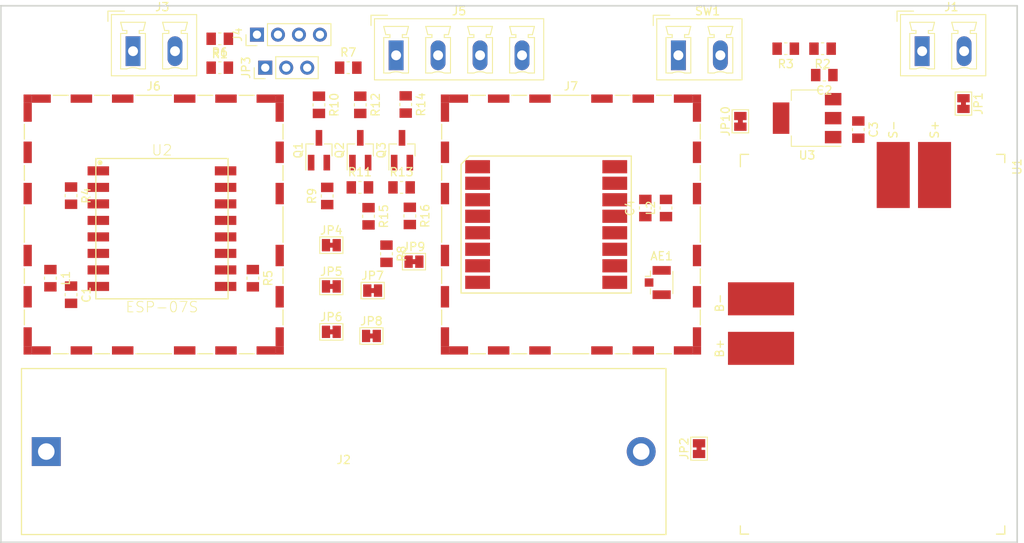
<source format=kicad_pcb>
(kicad_pcb (version 20171130) (host pcbnew 5.0.0-rc2-dev-unknown-c6ef0d5~62~ubuntu17.10.1)

  (general
    (thickness 1.2)
    (drawings 4)
    (tracks 0)
    (zones 0)
    (modules 48)
    (nets 51)
  )

  (page A4)
  (layers
    (0 F.Cu signal)
    (31 B.Cu signal)
    (33 F.Adhes user)
    (35 F.Paste user)
    (37 F.SilkS user)
    (39 F.Mask user)
    (40 Dwgs.User user)
    (41 Cmts.User user)
    (42 Eco1.User user)
    (43 Eco2.User user)
    (44 Edge.Cuts user)
    (45 Margin user)
    (47 F.CrtYd user)
    (49 F.Fab user)
  )

  (setup
    (last_trace_width 0.381)
    (user_trace_width 0.5)
    (trace_clearance 0.381)
    (zone_clearance 0.3024)
    (zone_45_only no)
    (trace_min 0.381)
    (segment_width 0.2)
    (edge_width 0.15)
    (via_size 0.6)
    (via_drill 0.4)
    (via_min_size 0.4)
    (via_min_drill 0.3)
    (uvia_size 0.3)
    (uvia_drill 0.1)
    (uvias_allowed no)
    (uvia_min_size 0.2)
    (uvia_min_drill 0.1)
    (pcb_text_width 0.3)
    (pcb_text_size 1.5 1.5)
    (mod_edge_width 0.15)
    (mod_text_size 0.5 0.5)
    (mod_text_width 0.1)
    (pad_size 1.524 1.524)
    (pad_drill 0.762)
    (pad_to_mask_clearance 0.2)
    (aux_axis_origin 0 0)
    (visible_elements FFFFFFFF)
    (pcbplotparams
      (layerselection 0x010f0_ffffffff)
      (usegerberextensions true)
      (usegerberattributes true)
      (usegerberadvancedattributes true)
      (creategerberjobfile true)
      (excludeedgelayer true)
      (linewidth 0.100000)
      (plotframeref false)
      (viasonmask false)
      (mode 1)
      (useauxorigin false)
      (hpglpennumber 1)
      (hpglpenspeed 20)
      (hpglpendiameter 15)
      (psnegative false)
      (psa4output false)
      (plotreference true)
      (plotvalue true)
      (plotinvisibletext false)
      (padsonsilk false)
      (subtractmaskfromsilk false)
      (outputformat 1)
      (mirror false)
      (drillshape 0)
      (scaleselection 1)
      (outputdirectory gerber/))
  )

  (net 0 "")
  (net 1 "Net-(R2-Pad2)")
  (net 2 "Net-(R4-Pad2)")
  (net 3 GND)
  (net 4 +3V3)
  (net 5 "Net-(AE1-Pad1)")
  (net 6 "Net-(U4-Pad7)")
  (net 7 "Net-(AE1-Pad2)")
  (net 8 "Net-(JP9-Pad2)")
  (net 9 "Net-(U4-Pad11)")
  (net 10 "Net-(JP4-Pad2)")
  (net 11 "Net-(U4-Pad12)")
  (net 12 "Net-(JP7-Pad2)")
  (net 13 "Net-(C4-Pad1)")
  (net 14 "Net-(JP6-Pad2)")
  (net 15 "Net-(JP8-Pad2)")
  (net 16 "Net-(JP5-Pad2)")
  (net 17 "Net-(U4-Pad15)")
  (net 18 "Net-(U4-Pad16)")
  (net 19 "Net-(JP1-Pad2)")
  (net 20 +BATT)
  (net 21 /RED)
  (net 22 "Net-(Q2-Pad3)")
  (net 23 "Net-(Q2-Pad2)")
  (net 24 /GREEN)
  (net 25 "Net-(Q1-Pad3)")
  (net 26 "Net-(Q3-Pad2)")
  (net 27 "Net-(Q1-Pad2)")
  (net 28 "Net-(Q3-Pad3)")
  (net 29 /BLUE)
  (net 30 "Net-(JP9-Pad1)")
  (net 31 "Net-(JP3-Pad1)")
  (net 32 "Net-(J3-Pad1)")
  (net 33 "Net-(R5-Pad1)")
  (net 34 "Net-(JP3-Pad3)")
  (net 35 "Net-(J1-Pad2)")
  (net 36 "Net-(J2-Pad2)")
  (net 37 "Net-(JP2-Pad2)")
  (net 38 "Net-(JP4-Pad1)")
  (net 39 /SPI_MOSI)
  (net 40 /SPI_CLK)
  (net 41 "Net-(JP8-Pad1)")
  (net 42 /SPI_MISO)
  (net 43 "Net-(C1-Pad1)")
  (net 44 "Net-(J3-Pad2)")
  (net 45 "Net-(JP3-Pad2)")
  (net 46 "Net-(J4-Pad2)")
  (net 47 "Net-(J4-Pad3)")
  (net 48 "Net-(JP10-Pad2)")
  (net 49 "Net-(R16-Pad2)")
  (net 50 "Net-(R15-Pad2)")

  (net_class Default "This is the default net class."
    (clearance 0.381)
    (trace_width 0.381)
    (via_dia 0.6)
    (via_drill 0.4)
    (uvia_dia 0.3)
    (uvia_drill 0.1)
    (diff_pair_gap 0.25)
    (diff_pair_width 0.381)
    (add_net +BATT)
    (add_net /BLUE)
    (add_net /GREEN)
    (add_net /RED)
    (add_net /SPI_CLK)
    (add_net /SPI_MISO)
    (add_net /SPI_MOSI)
    (add_net "Net-(AE1-Pad1)")
    (add_net "Net-(AE1-Pad2)")
    (add_net "Net-(C1-Pad1)")
    (add_net "Net-(C4-Pad1)")
    (add_net "Net-(J1-Pad2)")
    (add_net "Net-(J2-Pad2)")
    (add_net "Net-(J3-Pad1)")
    (add_net "Net-(J3-Pad2)")
    (add_net "Net-(J4-Pad2)")
    (add_net "Net-(J4-Pad3)")
    (add_net "Net-(JP1-Pad2)")
    (add_net "Net-(JP10-Pad2)")
    (add_net "Net-(JP2-Pad2)")
    (add_net "Net-(JP3-Pad1)")
    (add_net "Net-(JP3-Pad2)")
    (add_net "Net-(JP3-Pad3)")
    (add_net "Net-(JP4-Pad1)")
    (add_net "Net-(JP4-Pad2)")
    (add_net "Net-(JP5-Pad2)")
    (add_net "Net-(JP6-Pad2)")
    (add_net "Net-(JP7-Pad2)")
    (add_net "Net-(JP8-Pad1)")
    (add_net "Net-(JP8-Pad2)")
    (add_net "Net-(JP9-Pad1)")
    (add_net "Net-(JP9-Pad2)")
    (add_net "Net-(Q1-Pad2)")
    (add_net "Net-(Q1-Pad3)")
    (add_net "Net-(Q2-Pad2)")
    (add_net "Net-(Q2-Pad3)")
    (add_net "Net-(Q3-Pad2)")
    (add_net "Net-(Q3-Pad3)")
    (add_net "Net-(R15-Pad2)")
    (add_net "Net-(R16-Pad2)")
    (add_net "Net-(R2-Pad2)")
    (add_net "Net-(R4-Pad2)")
    (add_net "Net-(R5-Pad1)")
    (add_net "Net-(U4-Pad11)")
    (add_net "Net-(U4-Pad12)")
    (add_net "Net-(U4-Pad15)")
    (add_net "Net-(U4-Pad16)")
    (add_net "Net-(U4-Pad7)")
  )

  (net_class power ""
    (clearance 0.381)
    (trace_width 0.5)
    (via_dia 0.8)
    (via_drill 0.5)
    (uvia_dia 0.3)
    (uvia_drill 0.1)
    (diff_pair_gap 0.25)
    (diff_pair_width 0.5)
    (add_net +3V3)
    (add_net GND)
  )

  (module Resistor_SMD:R_0805_2012Metric_Pad1.15x1.50mm_HandSolder (layer F.Cu) (tedit 59FE48B8) (tstamp 5AADAC42)
    (at 144.5 125.5 270)
    (descr "Resistor SMD 0805 (2012 Metric), square (rectangular) end terminal, IPC_7351 nominal with elongated pad for handsoldering. (Body size source: http://www.tortai-tech.com/upload/download/2011102023233369053.pdf), generated with kicad-footprint-generator")
    (tags "resistor handsolder")
    (path /5AAECE0B)
    (attr smd)
    (fp_text reference R15 (at 0 -1.85 270) (layer F.SilkS)
      (effects (font (size 1 1) (thickness 0.15)))
    )
    (fp_text value 10K (at 0 1.85 270) (layer F.Fab)
      (effects (font (size 1 1) (thickness 0.15)))
    )
    (fp_text user %R (at 0 0 270) (layer F.Fab)
      (effects (font (size 0.5 0.5) (thickness 0.08)))
    )
    (fp_line (start 1.86 1) (end -1.86 1) (layer F.CrtYd) (width 0.05))
    (fp_line (start 1.86 -1) (end 1.86 1) (layer F.CrtYd) (width 0.05))
    (fp_line (start -1.86 -1) (end 1.86 -1) (layer F.CrtYd) (width 0.05))
    (fp_line (start -1.86 1) (end -1.86 -1) (layer F.CrtYd) (width 0.05))
    (fp_line (start -0.15 0.71) (end 0.15 0.71) (layer F.SilkS) (width 0.12))
    (fp_line (start -0.15 -0.71) (end 0.15 -0.71) (layer F.SilkS) (width 0.12))
    (fp_line (start 1 0.6) (end -1 0.6) (layer F.Fab) (width 0.1))
    (fp_line (start 1 -0.6) (end 1 0.6) (layer F.Fab) (width 0.1))
    (fp_line (start -1 -0.6) (end 1 -0.6) (layer F.Fab) (width 0.1))
    (fp_line (start -1 0.6) (end -1 -0.6) (layer F.Fab) (width 0.1))
    (pad 2 smd rect (at 1.0425 0 270) (size 1.145 1.5) (layers F.Cu F.Paste F.Mask)
      (net 50 "Net-(R15-Pad2)"))
    (pad 1 smd rect (at -1.0425 0 270) (size 1.145 1.5) (layers F.Cu F.Paste F.Mask)
      (net 23 "Net-(Q2-Pad2)"))
    (model ${KISYS3DMOD}/Resistor_SMD.3dshapes/R_0805_2012Metric.wrl
      (at (xyz 0 0 0))
      (scale (xyz 1 1 1))
      (rotate (xyz 0 0 0))
    )
  )

  (module Resistor_SMD:R_0805_2012Metric_Pad1.15x1.50mm_HandSolder (layer F.Cu) (tedit 59FE48B8) (tstamp 5AADA4F0)
    (at 149.5 125.4575 270)
    (descr "Resistor SMD 0805 (2012 Metric), square (rectangular) end terminal, IPC_7351 nominal with elongated pad for handsoldering. (Body size source: http://www.tortai-tech.com/upload/download/2011102023233369053.pdf), generated with kicad-footprint-generator")
    (tags "resistor handsolder")
    (path /5AAED216)
    (attr smd)
    (fp_text reference R16 (at 0 -1.85 270) (layer F.SilkS)
      (effects (font (size 1 1) (thickness 0.15)))
    )
    (fp_text value 10K (at 0 1.85 270) (layer F.Fab)
      (effects (font (size 1 1) (thickness 0.15)))
    )
    (fp_line (start -1 0.6) (end -1 -0.6) (layer F.Fab) (width 0.1))
    (fp_line (start -1 -0.6) (end 1 -0.6) (layer F.Fab) (width 0.1))
    (fp_line (start 1 -0.6) (end 1 0.6) (layer F.Fab) (width 0.1))
    (fp_line (start 1 0.6) (end -1 0.6) (layer F.Fab) (width 0.1))
    (fp_line (start -0.15 -0.71) (end 0.15 -0.71) (layer F.SilkS) (width 0.12))
    (fp_line (start -0.15 0.71) (end 0.15 0.71) (layer F.SilkS) (width 0.12))
    (fp_line (start -1.86 1) (end -1.86 -1) (layer F.CrtYd) (width 0.05))
    (fp_line (start -1.86 -1) (end 1.86 -1) (layer F.CrtYd) (width 0.05))
    (fp_line (start 1.86 -1) (end 1.86 1) (layer F.CrtYd) (width 0.05))
    (fp_line (start 1.86 1) (end -1.86 1) (layer F.CrtYd) (width 0.05))
    (fp_text user %R (at 0 0 270) (layer F.Fab)
      (effects (font (size 0.5 0.5) (thickness 0.08)))
    )
    (pad 1 smd rect (at -1.0425 0 270) (size 1.145 1.5) (layers F.Cu F.Paste F.Mask)
      (net 26 "Net-(Q3-Pad2)"))
    (pad 2 smd rect (at 1.0425 0 270) (size 1.145 1.5) (layers F.Cu F.Paste F.Mask)
      (net 49 "Net-(R16-Pad2)"))
    (model ${KISYS3DMOD}/Resistor_SMD.3dshapes/R_0805_2012Metric.wrl
      (at (xyz 0 0 0))
      (scale (xyz 1 1 1))
      (rotate (xyz 0 0 0))
    )
  )

  (module Jumper:SolderJumper-2_P1.3mm_Bridged_Pad1.0x1.5mm (layer F.Cu) (tedit 5A3EABFC) (tstamp 5AADBD44)
    (at 189.5 114 90)
    (descr "SMD Solder Jumper, 1x1.5mm Pads, 0.3mm gap, bridged with 1 copper strip")
    (tags "solder jumper open")
    (path /5AADE3CF)
    (attr virtual)
    (fp_text reference JP10 (at 0 -1.8 90) (layer F.SilkS)
      (effects (font (size 1 1) (thickness 0.15)))
    )
    (fp_text value MPPT_TP (at 0 1.9 90) (layer F.Fab)
      (effects (font (size 1 1) (thickness 0.15)))
    )
    (fp_line (start -1.4 1) (end -1.4 -1) (layer F.SilkS) (width 0.12))
    (fp_line (start 1.4 1) (end -1.4 1) (layer F.SilkS) (width 0.12))
    (fp_line (start 1.4 -1) (end 1.4 1) (layer F.SilkS) (width 0.12))
    (fp_line (start -1.4 -1) (end 1.4 -1) (layer F.SilkS) (width 0.12))
    (fp_line (start -1.65 -1.25) (end 1.65 -1.25) (layer F.CrtYd) (width 0.05))
    (fp_line (start -1.65 -1.25) (end -1.65 1.25) (layer F.CrtYd) (width 0.05))
    (fp_line (start 1.65 1.25) (end 1.65 -1.25) (layer F.CrtYd) (width 0.05))
    (fp_line (start 1.65 1.25) (end -1.65 1.25) (layer F.CrtYd) (width 0.05))
    (pad 1 smd rect (at 0 0 90) (size 0.5 0.6) (layers F.Cu F.Mask)
      (net 20 +BATT))
    (pad 2 smd rect (at 0.65 0 90) (size 1 1.5) (layers F.Cu F.Mask)
      (net 48 "Net-(JP10-Pad2)"))
    (pad 1 smd rect (at -0.65 0 90) (size 1 1.5) (layers F.Cu F.Mask)
      (net 20 +BATT))
  )

  (module Package_TO_SOT_SMD:SOT-23_Handsoldering (layer F.Cu) (tedit 5A0AB76C) (tstamp 5AADAF31)
    (at 138.5 117.5 90)
    (descr "SOT-23, Handsoldering")
    (tags SOT-23)
    (path /5AB4E7C5)
    (attr smd)
    (fp_text reference Q1 (at 0 -2.5 90) (layer F.SilkS)
      (effects (font (size 1 1) (thickness 0.15)))
    )
    (fp_text value 2N3904 (at 0 2.5 90) (layer F.Fab)
      (effects (font (size 1 1) (thickness 0.15)))
    )
    (fp_text user %R (at 0 0 180) (layer F.Fab)
      (effects (font (size 0.5 0.5) (thickness 0.075)))
    )
    (fp_line (start 0.76 1.58) (end 0.76 0.65) (layer F.SilkS) (width 0.12))
    (fp_line (start 0.76 -1.58) (end 0.76 -0.65) (layer F.SilkS) (width 0.12))
    (fp_line (start -2.7 -1.75) (end 2.7 -1.75) (layer F.CrtYd) (width 0.05))
    (fp_line (start 2.7 -1.75) (end 2.7 1.75) (layer F.CrtYd) (width 0.05))
    (fp_line (start 2.7 1.75) (end -2.7 1.75) (layer F.CrtYd) (width 0.05))
    (fp_line (start -2.7 1.75) (end -2.7 -1.75) (layer F.CrtYd) (width 0.05))
    (fp_line (start 0.76 -1.58) (end -2.4 -1.58) (layer F.SilkS) (width 0.12))
    (fp_line (start -0.7 -0.95) (end -0.7 1.5) (layer F.Fab) (width 0.1))
    (fp_line (start -0.15 -1.52) (end 0.7 -1.52) (layer F.Fab) (width 0.1))
    (fp_line (start -0.7 -0.95) (end -0.15 -1.52) (layer F.Fab) (width 0.1))
    (fp_line (start 0.7 -1.52) (end 0.7 1.52) (layer F.Fab) (width 0.1))
    (fp_line (start -0.7 1.52) (end 0.7 1.52) (layer F.Fab) (width 0.1))
    (fp_line (start 0.76 1.58) (end -0.7 1.58) (layer F.SilkS) (width 0.12))
    (pad 1 smd rect (at -1.5 -0.95 90) (size 1.9 0.8) (layers F.Cu F.Paste F.Mask)
      (net 3 GND))
    (pad 2 smd rect (at -1.5 0.95 90) (size 1.9 0.8) (layers F.Cu F.Paste F.Mask)
      (net 27 "Net-(Q1-Pad2)"))
    (pad 3 smd rect (at 1.5 0 90) (size 1.9 0.8) (layers F.Cu F.Paste F.Mask)
      (net 25 "Net-(Q1-Pad3)"))
    (model ${KISYS3DMOD}/Package_TO_SOT_SMD.3dshapes/SOT-23.wrl
      (at (xyz 0 0 0))
      (scale (xyz 1 1 1))
      (rotate (xyz 0 0 0))
    )
  )

  (module Package_TO_SOT_SMD:SOT-23_Handsoldering (layer F.Cu) (tedit 5A0AB76C) (tstamp 5AADA554)
    (at 143.5 117.5 90)
    (descr "SOT-23, Handsoldering")
    (tags SOT-23)
    (path /5AB4EDC2)
    (attr smd)
    (fp_text reference Q2 (at 0 -2.5 90) (layer F.SilkS)
      (effects (font (size 1 1) (thickness 0.15)))
    )
    (fp_text value 2N3904 (at 0 2.5 90) (layer F.Fab)
      (effects (font (size 1 1) (thickness 0.15)))
    )
    (fp_line (start 0.76 1.58) (end -0.7 1.58) (layer F.SilkS) (width 0.12))
    (fp_line (start -0.7 1.52) (end 0.7 1.52) (layer F.Fab) (width 0.1))
    (fp_line (start 0.7 -1.52) (end 0.7 1.52) (layer F.Fab) (width 0.1))
    (fp_line (start -0.7 -0.95) (end -0.15 -1.52) (layer F.Fab) (width 0.1))
    (fp_line (start -0.15 -1.52) (end 0.7 -1.52) (layer F.Fab) (width 0.1))
    (fp_line (start -0.7 -0.95) (end -0.7 1.5) (layer F.Fab) (width 0.1))
    (fp_line (start 0.76 -1.58) (end -2.4 -1.58) (layer F.SilkS) (width 0.12))
    (fp_line (start -2.7 1.75) (end -2.7 -1.75) (layer F.CrtYd) (width 0.05))
    (fp_line (start 2.7 1.75) (end -2.7 1.75) (layer F.CrtYd) (width 0.05))
    (fp_line (start 2.7 -1.75) (end 2.7 1.75) (layer F.CrtYd) (width 0.05))
    (fp_line (start -2.7 -1.75) (end 2.7 -1.75) (layer F.CrtYd) (width 0.05))
    (fp_line (start 0.76 -1.58) (end 0.76 -0.65) (layer F.SilkS) (width 0.12))
    (fp_line (start 0.76 1.58) (end 0.76 0.65) (layer F.SilkS) (width 0.12))
    (fp_text user %R (at 0 0 180) (layer F.Fab)
      (effects (font (size 0.5 0.5) (thickness 0.075)))
    )
    (pad 3 smd rect (at 1.5 0 90) (size 1.9 0.8) (layers F.Cu F.Paste F.Mask)
      (net 22 "Net-(Q2-Pad3)"))
    (pad 2 smd rect (at -1.5 0.95 90) (size 1.9 0.8) (layers F.Cu F.Paste F.Mask)
      (net 23 "Net-(Q2-Pad2)"))
    (pad 1 smd rect (at -1.5 -0.95 90) (size 1.9 0.8) (layers F.Cu F.Paste F.Mask)
      (net 3 GND))
    (model ${KISYS3DMOD}/Package_TO_SOT_SMD.3dshapes/SOT-23.wrl
      (at (xyz 0 0 0))
      (scale (xyz 1 1 1))
      (rotate (xyz 0 0 0))
    )
  )

  (module Package_TO_SOT_SMD:SOT-23_Handsoldering (layer F.Cu) (tedit 5A0AB76C) (tstamp 5AADA488)
    (at 148.55 117.5 90)
    (descr "SOT-23, Handsoldering")
    (tags SOT-23)
    (path /5AA80589)
    (attr smd)
    (fp_text reference Q3 (at 0 -2.5 90) (layer F.SilkS)
      (effects (font (size 1 1) (thickness 0.15)))
    )
    (fp_text value 2N3904 (at 0 2.5 90) (layer F.Fab)
      (effects (font (size 1 1) (thickness 0.15)))
    )
    (fp_text user %R (at 0 0 180) (layer F.Fab)
      (effects (font (size 0.5 0.5) (thickness 0.075)))
    )
    (fp_line (start 0.76 1.58) (end 0.76 0.65) (layer F.SilkS) (width 0.12))
    (fp_line (start 0.76 -1.58) (end 0.76 -0.65) (layer F.SilkS) (width 0.12))
    (fp_line (start -2.7 -1.75) (end 2.7 -1.75) (layer F.CrtYd) (width 0.05))
    (fp_line (start 2.7 -1.75) (end 2.7 1.75) (layer F.CrtYd) (width 0.05))
    (fp_line (start 2.7 1.75) (end -2.7 1.75) (layer F.CrtYd) (width 0.05))
    (fp_line (start -2.7 1.75) (end -2.7 -1.75) (layer F.CrtYd) (width 0.05))
    (fp_line (start 0.76 -1.58) (end -2.4 -1.58) (layer F.SilkS) (width 0.12))
    (fp_line (start -0.7 -0.95) (end -0.7 1.5) (layer F.Fab) (width 0.1))
    (fp_line (start -0.15 -1.52) (end 0.7 -1.52) (layer F.Fab) (width 0.1))
    (fp_line (start -0.7 -0.95) (end -0.15 -1.52) (layer F.Fab) (width 0.1))
    (fp_line (start 0.7 -1.52) (end 0.7 1.52) (layer F.Fab) (width 0.1))
    (fp_line (start -0.7 1.52) (end 0.7 1.52) (layer F.Fab) (width 0.1))
    (fp_line (start 0.76 1.58) (end -0.7 1.58) (layer F.SilkS) (width 0.12))
    (pad 1 smd rect (at -1.5 -0.95 90) (size 1.9 0.8) (layers F.Cu F.Paste F.Mask)
      (net 3 GND))
    (pad 2 smd rect (at -1.5 0.95 90) (size 1.9 0.8) (layers F.Cu F.Paste F.Mask)
      (net 26 "Net-(Q3-Pad2)"))
    (pad 3 smd rect (at 1.5 0 90) (size 1.9 0.8) (layers F.Cu F.Paste F.Mask)
      (net 28 "Net-(Q3-Pad3)"))
    (model ${KISYS3DMOD}/Package_TO_SOT_SMD.3dshapes/SOT-23.wrl
      (at (xyz 0 0 0))
      (scale (xyz 1 1 1))
      (rotate (xyz 0 0 0))
    )
  )

  (module Package_TO_SOT_SMD:SOT-223-3_TabPin2 (layer F.Cu) (tedit 5A02FF57) (tstamp 5AADBC82)
    (at 197.576931 113.613498 180)
    (descr "module CMS SOT223 4 pins")
    (tags "CMS SOT")
    (path /5AA102A2)
    (attr smd)
    (fp_text reference U3 (at 0 -4.5 180) (layer F.SilkS)
      (effects (font (size 1 1) (thickness 0.15)))
    )
    (fp_text value LM1117-3.3 (at 0 4.5 180) (layer F.Fab)
      (effects (font (size 1 1) (thickness 0.15)))
    )
    (fp_text user %R (at 0 0 270) (layer F.Fab)
      (effects (font (size 0.8 0.8) (thickness 0.12)))
    )
    (fp_line (start 1.91 3.41) (end 1.91 2.15) (layer F.SilkS) (width 0.12))
    (fp_line (start 1.91 -3.41) (end 1.91 -2.15) (layer F.SilkS) (width 0.12))
    (fp_line (start 4.4 -3.6) (end -4.4 -3.6) (layer F.CrtYd) (width 0.05))
    (fp_line (start 4.4 3.6) (end 4.4 -3.6) (layer F.CrtYd) (width 0.05))
    (fp_line (start -4.4 3.6) (end 4.4 3.6) (layer F.CrtYd) (width 0.05))
    (fp_line (start -4.4 -3.6) (end -4.4 3.6) (layer F.CrtYd) (width 0.05))
    (fp_line (start -1.85 -2.35) (end -0.85 -3.35) (layer F.Fab) (width 0.1))
    (fp_line (start -1.85 -2.35) (end -1.85 3.35) (layer F.Fab) (width 0.1))
    (fp_line (start -1.85 3.41) (end 1.91 3.41) (layer F.SilkS) (width 0.12))
    (fp_line (start -0.85 -3.35) (end 1.85 -3.35) (layer F.Fab) (width 0.1))
    (fp_line (start -4.1 -3.41) (end 1.91 -3.41) (layer F.SilkS) (width 0.12))
    (fp_line (start -1.85 3.35) (end 1.85 3.35) (layer F.Fab) (width 0.1))
    (fp_line (start 1.85 -3.35) (end 1.85 3.35) (layer F.Fab) (width 0.1))
    (pad 2 smd rect (at 3.15 0 180) (size 2 3.8) (layers F.Cu F.Paste F.Mask)
      (net 4 +3V3))
    (pad 2 smd rect (at -3.15 0 180) (size 2 1.5) (layers F.Cu F.Paste F.Mask)
      (net 4 +3V3))
    (pad 3 smd rect (at -3.15 2.3 180) (size 2 1.5) (layers F.Cu F.Paste F.Mask)
      (net 20 +BATT))
    (pad 1 smd rect (at -3.15 -2.3 180) (size 2 1.5) (layers F.Cu F.Paste F.Mask)
      (net 3 GND))
    (model ${KISYS3DMOD}/Package_TO_SOT_SMD.3dshapes/SOT-223.wrl
      (at (xyz 0 0 0))
      (scale (xyz 1 1 1))
      (rotate (xyz 0 0 0))
    )
  )

  (module RF_Shielding:Wuerth_36103305_30x30mm (layer F.Cu) (tedit 5A143358) (tstamp 5ADAEB1D)
    (at 118.5 126.5)
    (descr "WE-SHC Shielding Cabinet SMD 30x30mm")
    (tags "Shielding Cabinet")
    (path /5AB442DC)
    (attr smd)
    (fp_text reference J6 (at 0 -16.75) (layer F.SilkS)
      (effects (font (size 1 1) (thickness 0.15)))
    )
    (fp_text value RF_Shield_ESP-07S (at 0 16.75) (layer F.Fab)
      (effects (font (size 1 1) (thickness 0.15)))
    )
    (fp_text user %R (at 0 0) (layer F.Fab)
      (effects (font (size 1 1) (thickness 0.15)))
    )
    (fp_line (start -16 -16) (end -16 16) (layer F.CrtYd) (width 0.05))
    (fp_line (start -16 16) (end 16 16) (layer F.CrtYd) (width 0.05))
    (fp_line (start 16 16) (end 16 -16) (layer F.CrtYd) (width 0.05))
    (fp_line (start 16 -16) (end -16 -16) (layer F.CrtYd) (width 0.05))
    (fp_line (start -14.5 -14.5) (end -14.5 14.5) (layer F.CrtYd) (width 0.05))
    (fp_line (start -14.5 14.5) (end 14.5 14.5) (layer F.CrtYd) (width 0.05))
    (fp_line (start 14.5 14.5) (end 14.5 -14.5) (layer F.CrtYd) (width 0.05))
    (fp_line (start 14.5 -14.5) (end -14.5 -14.5) (layer F.CrtYd) (width 0.05))
    (fp_line (start -15.5 -15.5) (end -15.5 15.5) (layer F.Fab) (width 0.15))
    (fp_line (start -15.5 15.5) (end 15.5 15.5) (layer F.Fab) (width 0.15))
    (fp_line (start 15.5 15.5) (end 15.5 -15.5) (layer F.Fab) (width 0.15))
    (fp_line (start 15.5 -15.5) (end -15.5 -15.5) (layer F.Fab) (width 0.15))
    (fp_line (start -12.15 -15.65) (end -10.35 -15.65) (layer F.SilkS) (width 0.15))
    (fp_line (start -12.15 15.65) (end -10.35 15.65) (layer F.SilkS) (width 0.15))
    (fp_line (start -7.15 -15.65) (end -5.35 -15.65) (layer F.SilkS) (width 0.15))
    (fp_line (start -7.15 15.65) (end -5.35 15.65) (layer F.SilkS) (width 0.15))
    (fp_line (start -2.15 -15.65) (end 2.15 -15.65) (layer F.SilkS) (width 0.15))
    (fp_line (start -2.15 15.65) (end 2.15 15.65) (layer F.SilkS) (width 0.15))
    (fp_line (start 5.35 -15.65) (end 7.15 -15.65) (layer F.SilkS) (width 0.15))
    (fp_line (start 5.35 15.65) (end 7.15 15.65) (layer F.SilkS) (width 0.15))
    (fp_line (start 10.35 -15.65) (end 12.15 -15.65) (layer F.SilkS) (width 0.15))
    (fp_line (start 10.35 15.65) (end 12.15 15.65) (layer F.SilkS) (width 0.15))
    (fp_line (start -15.65 -12.15) (end -15.65 -10.35) (layer F.SilkS) (width 0.15))
    (fp_line (start 15.65 -12.15) (end 15.65 -10.35) (layer F.SilkS) (width 0.15))
    (fp_line (start -15.65 -7.15) (end -15.65 -5.35) (layer F.SilkS) (width 0.15))
    (fp_line (start 15.65 -7.15) (end 15.65 -5.35) (layer F.SilkS) (width 0.15))
    (fp_line (start -15.65 -2.15) (end -15.65 2.15) (layer F.SilkS) (width 0.15))
    (fp_line (start 15.65 -2.15) (end 15.65 2.15) (layer F.SilkS) (width 0.15))
    (fp_line (start -15.65 5.35) (end -15.65 7.15) (layer F.SilkS) (width 0.15))
    (fp_line (start 15.65 5.35) (end 15.65 7.15) (layer F.SilkS) (width 0.15))
    (fp_line (start -15.65 10.35) (end -15.65 12.15) (layer F.SilkS) (width 0.15))
    (fp_line (start 15.65 10.35) (end 15.65 12.15) (layer F.SilkS) (width 0.15))
    (pad 1 smd rect (at -15.25 -15.25) (size 1 1) (layers F.Cu F.Mask)
      (net 3 GND))
    (pad 1 smd rect (at 15.25 -15.25) (size 1 1) (layers F.Cu F.Mask)
      (net 3 GND))
    (pad 1 smd rect (at 15.25 15.25) (size 1 1) (layers F.Cu F.Mask)
      (net 3 GND))
    (pad 1 smd rect (at -15.25 15.25) (size 1 1) (layers F.Cu F.Mask)
      (net 3 GND))
    (pad 1 smd rect (at -13.6 -15.25) (size 2.3 1) (layers F.Cu F.Mask)
      (net 3 GND))
    (pad 1 smd rect (at -13.6 15.25) (size 2.3 1) (layers F.Cu F.Mask)
      (net 3 GND))
    (pad 1 smd rect (at -8.75 -15.25) (size 2.6 1) (layers F.Cu F.Mask)
      (net 3 GND))
    (pad 1 smd rect (at -8.75 15.25) (size 2.6 1) (layers F.Cu F.Mask)
      (net 3 GND))
    (pad 1 smd rect (at -3.75 -15.25) (size 2.6 1) (layers F.Cu F.Mask)
      (net 3 GND))
    (pad 1 smd rect (at -3.75 15.25) (size 2.6 1) (layers F.Cu F.Mask)
      (net 3 GND))
    (pad 1 smd rect (at 3.75 -15.25) (size 2.6 1) (layers F.Cu F.Mask)
      (net 3 GND))
    (pad 1 smd rect (at 3.75 15.25) (size 2.6 1) (layers F.Cu F.Mask)
      (net 3 GND))
    (pad 1 smd rect (at 8.75 -15.25) (size 2.6 1) (layers F.Cu F.Mask)
      (net 3 GND))
    (pad 1 smd rect (at 8.75 15.25) (size 2.6 1) (layers F.Cu F.Mask)
      (net 3 GND))
    (pad 1 smd rect (at 13.6 -15.25) (size 2.3 1) (layers F.Cu F.Mask)
      (net 3 GND))
    (pad 1 smd rect (at 13.6 15.25) (size 2.3 1) (layers F.Cu F.Mask)
      (net 3 GND))
    (pad 1 smd rect (at -15.25 -13.6) (size 1 2.3) (layers F.Cu F.Mask)
      (net 3 GND))
    (pad 1 smd rect (at 15.25 -13.6) (size 1 2.3) (layers F.Cu F.Mask)
      (net 3 GND))
    (pad 1 smd rect (at -15.25 -8.75) (size 1 2.6) (layers F.Cu F.Mask)
      (net 3 GND))
    (pad 1 smd rect (at 15.25 -8.75) (size 1 2.6) (layers F.Cu F.Mask)
      (net 3 GND))
    (pad 1 smd rect (at -15.25 -3.75) (size 1 2.6) (layers F.Cu F.Mask)
      (net 3 GND))
    (pad 1 smd rect (at 15.25 -3.75) (size 1 2.6) (layers F.Cu F.Mask)
      (net 3 GND))
    (pad 1 smd rect (at -15.25 3.75) (size 1 2.6) (layers F.Cu F.Mask)
      (net 3 GND))
    (pad 1 smd rect (at 15.25 3.75) (size 1 2.6) (layers F.Cu F.Mask)
      (net 3 GND))
    (pad 1 smd rect (at -15.25 8.75) (size 1 2.6) (layers F.Cu F.Mask)
      (net 3 GND))
    (pad 1 smd rect (at 15.25 8.75) (size 1 2.6) (layers F.Cu F.Mask)
      (net 3 GND))
    (pad 1 smd rect (at -15.25 13.6) (size 1 2.3) (layers F.Cu F.Mask)
      (net 3 GND))
    (pad 1 smd rect (at 15.25 13.6) (size 1 2.3) (layers F.Cu F.Mask)
      (net 3 GND))
    (model ${KISYS3DMOD}/RF_Shielding.3dshapes/Wuerth_36103305_30x30mm.wrl
      (at (xyz 0 0 0))
      (scale (xyz 1 1 1))
      (rotate (xyz 0 0 0))
    )
  )

  (module ESP8266:ESP-07S (layer F.Cu) (tedit 5A27B10B) (tstamp 5ADA6F09)
    (at 119.5 127)
    (descr "Module, ESP-8266, ESP-07S, 14 pad, SMD")
    (tags "Module ESP-8266 ESP8266")
    (path /5AA0FEDC)
    (attr smd)
    (fp_text reference U2 (at 0 -9.5) (layer F.SilkS)
      (effects (font (size 1.27 1.27) (thickness 0.1016)))
    )
    (fp_text value ESP-07S (at 0 9.5) (layer F.SilkS)
      (effects (font (size 1.27 1.27) (thickness 0.1016)))
    )
    (fp_line (start -8 -8.5) (end 8 -8.5) (layer F.SilkS) (width 0.15))
    (fp_line (start -8 8.5) (end -8 -8.5) (layer F.SilkS) (width 0.15))
    (fp_line (start 8 8.5) (end -8 8.5) (layer F.SilkS) (width 0.15))
    (fp_line (start 8 -8.5) (end 8 8.5) (layer F.SilkS) (width 0.15))
    (fp_circle (center -7.5 -8) (end -7.4 -8) (layer F.SilkS) (width 0.15))
    (fp_circle (center -7.5 -8) (end -7.3 -8.1) (layer F.SilkS) (width 0.15))
    (fp_circle (center -7.6 -8) (end -7.5 -8) (layer F.SilkS) (width 0.15))
    (pad 16 smd rect (at 7.7 -7) (size 2.6 1.1) (layers F.Cu F.Paste F.Mask)
      (net 47 "Net-(J4-Pad3)"))
    (pad 15 smd rect (at 7.7 -5) (size 2.6 1.1) (layers F.Cu F.Paste F.Mask)
      (net 46 "Net-(J4-Pad2)"))
    (pad 14 smd rect (at 7.7 -3) (size 2.6 1.1) (layers F.Cu F.Paste F.Mask)
      (net 50 "Net-(R15-Pad2)"))
    (pad 13 smd rect (at 7.7 -1) (size 2.6 1.1) (layers F.Cu F.Paste F.Mask)
      (net 49 "Net-(R16-Pad2)"))
    (pad 12 smd rect (at 7.7 1) (size 2.6 1.1) (layers F.Cu F.Paste F.Mask)
      (net 45 "Net-(JP3-Pad2)"))
    (pad 11 smd rect (at 7.7 3) (size 2.6 1.1) (layers F.Cu F.Paste F.Mask)
      (net 38 "Net-(JP4-Pad1)"))
    (pad 10 smd rect (at 7.7 5) (size 2.6 1.1) (layers F.Cu F.Paste F.Mask)
      (net 33 "Net-(R5-Pad1)"))
    (pad 9 smd rect (at 7.7 7) (size 2.6 1.1) (layers F.Cu F.Paste F.Mask)
      (net 3 GND))
    (pad 8 smd rect (at -7.7 7) (size 2.6 1.1) (layers F.Cu F.Paste F.Mask)
      (net 43 "Net-(C1-Pad1)"))
    (pad 7 smd rect (at -7.7 5) (size 2.6 1.1) (layers F.Cu F.Paste F.Mask)
      (net 39 /SPI_MOSI))
    (pad 6 smd rect (at -7.7 3) (size 2.6 1.1) (layers F.Cu F.Paste F.Mask)
      (net 42 /SPI_MISO))
    (pad 5 smd rect (at -7.7 1) (size 2.6 1.1) (layers F.Cu F.Paste F.Mask)
      (net 40 /SPI_CLK))
    (pad 4 smd rect (at -7.7 -1) (size 2.6 1.1) (layers F.Cu F.Paste F.Mask)
      (net 41 "Net-(JP8-Pad1)"))
    (pad 3 smd rect (at -7.7 -3) (size 2.6 1.1) (layers F.Cu F.Paste F.Mask)
      (net 2 "Net-(R4-Pad2)"))
    (pad 2 smd rect (at -7.7 -5) (size 2.6 1.1) (layers F.Cu F.Paste F.Mask)
      (net 1 "Net-(R2-Pad2)"))
    (pad 1 smd rect (at -7.7 -7) (size 2.6 1.1) (layers F.Cu F.Paste F.Mask)
      (net 44 "Net-(J3-Pad2)"))
  )

  (module Battery:BatteryHolder_MPD_BH-18650-PC2 (layer F.Cu) (tedit 5A562497) (tstamp 5ADA70A6)
    (at 105.5 154)
    (descr "18650 Battery Holder (http://www.memoryprotectiondevices.com/datasheets/BK-18650-PC2-datasheet.pdf)")
    (tags "18650 Battery Holder")
    (path /5AA4CAA2)
    (fp_text reference J2 (at 36 1) (layer F.SilkS)
      (effects (font (size 1 1) (thickness 0.15)))
    )
    (fp_text value "LiPo 18650" (at 36 -0.8) (layer F.Fab)
      (effects (font (size 1 1) (thickness 0.15)))
    )
    (fp_line (start -3 10.05) (end -3 -10.05) (layer F.SilkS) (width 0.15))
    (fp_line (start 75 10.05) (end -3 10.05) (layer F.SilkS) (width 0.15))
    (fp_line (start 75 -10.05) (end 75 10.05) (layer F.SilkS) (width 0.15))
    (fp_line (start -3 -10.05) (end 75 -10.05) (layer F.SilkS) (width 0.15))
    (fp_line (start -2.8 9.85) (end -2.8 -9.85) (layer F.Fab) (width 0.15))
    (fp_line (start 74.8 9.85) (end -2.8 9.85) (layer F.Fab) (width 0.15))
    (fp_line (start 74.8 -9.85) (end 74.8 9.85) (layer F.Fab) (width 0.15))
    (fp_line (start -2.8 -9.85) (end 74.8 -9.85) (layer F.Fab) (width 0.15))
    (fp_line (start -3.2 10.25) (end -3.2 -10.25) (layer F.CrtYd) (width 0.05))
    (fp_line (start 75.2 10.25) (end -3.2 10.25) (layer F.CrtYd) (width 0.05))
    (fp_line (start 75.2 -10.25) (end 75.2 10.25) (layer F.CrtYd) (width 0.05))
    (fp_line (start -3.2 -10.25) (end 75.2 -10.25) (layer F.CrtYd) (width 0.05))
    (fp_text user %R (at 36 -2.4) (layer F.Fab)
      (effects (font (size 1 1) (thickness 0.15)))
    )
    (pad 2 thru_hole circle (at 72 0) (size 3.5 3.5) (drill 2) (layers *.Cu *.Mask)
      (net 36 "Net-(J2-Pad2)"))
    (pad 1 thru_hole rect (at 0 0) (size 3.5 3.5) (drill 2) (layers *.Cu *.Mask)
      (net 3 GND))
    (model ${KISYS3DMOD}/Battery.3dshapes/BatteryHolder_MPD_BH-18650-PC2.wrl
      (at (xyz 0 0 0))
      (scale (xyz 1 1 1))
      (rotate (xyz 0 0 0))
    )
  )

  (module Capacitor_SMD:C_0805_2012Metric_Pad1.15x1.50mm_HandSolder (layer F.Cu) (tedit 59FE48B8) (tstamp 5AAD8D34)
    (at 108.5 135 270)
    (descr "Capacitor SMD 0805 (2012 Metric), square (rectangular) end terminal, IPC_7351 nominal with elongated pad for handsoldering. (Body size source: http://www.tortai-tech.com/upload/download/2011102023233369053.pdf), generated with kicad-footprint-generator")
    (tags "capacitor handsolder")
    (path /5AA7DEC6)
    (attr smd)
    (fp_text reference C1 (at 0 -1.85 270) (layer F.SilkS)
      (effects (font (size 1 1) (thickness 0.15)))
    )
    (fp_text value 0.1uF (at 0 1.85 270) (layer F.Fab)
      (effects (font (size 1 1) (thickness 0.15)))
    )
    (fp_text user %R (at 0 0 270) (layer F.Fab)
      (effects (font (size 0.5 0.5) (thickness 0.08)))
    )
    (fp_line (start 1.86 1) (end -1.86 1) (layer F.CrtYd) (width 0.05))
    (fp_line (start 1.86 -1) (end 1.86 1) (layer F.CrtYd) (width 0.05))
    (fp_line (start -1.86 -1) (end 1.86 -1) (layer F.CrtYd) (width 0.05))
    (fp_line (start -1.86 1) (end -1.86 -1) (layer F.CrtYd) (width 0.05))
    (fp_line (start -0.15 0.71) (end 0.15 0.71) (layer F.SilkS) (width 0.12))
    (fp_line (start -0.15 -0.71) (end 0.15 -0.71) (layer F.SilkS) (width 0.12))
    (fp_line (start 1 0.6) (end -1 0.6) (layer F.Fab) (width 0.1))
    (fp_line (start 1 -0.6) (end 1 0.6) (layer F.Fab) (width 0.1))
    (fp_line (start -1 -0.6) (end 1 -0.6) (layer F.Fab) (width 0.1))
    (fp_line (start -1 0.6) (end -1 -0.6) (layer F.Fab) (width 0.1))
    (pad 2 smd rect (at 1.0425 0 270) (size 1.145 1.5) (layers F.Cu F.Paste F.Mask)
      (net 3 GND))
    (pad 1 smd rect (at -1.0425 0 270) (size 1.145 1.5) (layers F.Cu F.Paste F.Mask)
      (net 43 "Net-(C1-Pad1)"))
    (model ${KISYS3DMOD}/Capacitor_SMD.3dshapes/C_0805_2012Metric.wrl
      (at (xyz 0 0 0))
      (scale (xyz 1 1 1))
      (rotate (xyz 0 0 0))
    )
  )

  (module Capacitor_SMD:C_0805_2012Metric_Pad1.15x1.50mm_HandSolder (layer F.Cu) (tedit 59FE48B8) (tstamp 5AADBCBC)
    (at 199.660531 108.395498 180)
    (descr "Capacitor SMD 0805 (2012 Metric), square (rectangular) end terminal, IPC_7351 nominal with elongated pad for handsoldering. (Body size source: http://www.tortai-tech.com/upload/download/2011102023233369053.pdf), generated with kicad-footprint-generator")
    (tags "capacitor handsolder")
    (path /5AA10538)
    (attr smd)
    (fp_text reference C2 (at 0 -1.85 180) (layer F.SilkS)
      (effects (font (size 1 1) (thickness 0.15)))
    )
    (fp_text value 10uF (at 0 1.85 180) (layer F.Fab)
      (effects (font (size 1 1) (thickness 0.15)))
    )
    (fp_line (start -1 0.6) (end -1 -0.6) (layer F.Fab) (width 0.1))
    (fp_line (start -1 -0.6) (end 1 -0.6) (layer F.Fab) (width 0.1))
    (fp_line (start 1 -0.6) (end 1 0.6) (layer F.Fab) (width 0.1))
    (fp_line (start 1 0.6) (end -1 0.6) (layer F.Fab) (width 0.1))
    (fp_line (start -0.15 -0.71) (end 0.15 -0.71) (layer F.SilkS) (width 0.12))
    (fp_line (start -0.15 0.71) (end 0.15 0.71) (layer F.SilkS) (width 0.12))
    (fp_line (start -1.86 1) (end -1.86 -1) (layer F.CrtYd) (width 0.05))
    (fp_line (start -1.86 -1) (end 1.86 -1) (layer F.CrtYd) (width 0.05))
    (fp_line (start 1.86 -1) (end 1.86 1) (layer F.CrtYd) (width 0.05))
    (fp_line (start 1.86 1) (end -1.86 1) (layer F.CrtYd) (width 0.05))
    (fp_text user %R (at 0 0 180) (layer F.Fab)
      (effects (font (size 0.5 0.5) (thickness 0.08)))
    )
    (pad 1 smd rect (at -1.0425 0 180) (size 1.145 1.5) (layers F.Cu F.Paste F.Mask)
      (net 20 +BATT))
    (pad 2 smd rect (at 1.0425 0 180) (size 1.145 1.5) (layers F.Cu F.Paste F.Mask)
      (net 3 GND))
    (model ${KISYS3DMOD}/Capacitor_SMD.3dshapes/C_0805_2012Metric.wrl
      (at (xyz 0 0 0))
      (scale (xyz 1 1 1))
      (rotate (xyz 0 0 0))
    )
  )

  (module Capacitor_SMD:C_0805_2012Metric_Pad1.15x1.50mm_HandSolder (layer F.Cu) (tedit 59FE48B8) (tstamp 5AADBBEA)
    (at 203.775731 115 270)
    (descr "Capacitor SMD 0805 (2012 Metric), square (rectangular) end terminal, IPC_7351 nominal with elongated pad for handsoldering. (Body size source: http://www.tortai-tech.com/upload/download/2011102023233369053.pdf), generated with kicad-footprint-generator")
    (tags "capacitor handsolder")
    (path /5AA105D0)
    (attr smd)
    (fp_text reference C3 (at 0 -1.85 270) (layer F.SilkS)
      (effects (font (size 1 1) (thickness 0.15)))
    )
    (fp_text value 10uF (at 0 1.85 270) (layer F.Fab)
      (effects (font (size 1 1) (thickness 0.15)))
    )
    (fp_text user %R (at 0 0 270) (layer F.Fab)
      (effects (font (size 0.5 0.5) (thickness 0.08)))
    )
    (fp_line (start 1.86 1) (end -1.86 1) (layer F.CrtYd) (width 0.05))
    (fp_line (start 1.86 -1) (end 1.86 1) (layer F.CrtYd) (width 0.05))
    (fp_line (start -1.86 -1) (end 1.86 -1) (layer F.CrtYd) (width 0.05))
    (fp_line (start -1.86 1) (end -1.86 -1) (layer F.CrtYd) (width 0.05))
    (fp_line (start -0.15 0.71) (end 0.15 0.71) (layer F.SilkS) (width 0.12))
    (fp_line (start -0.15 -0.71) (end 0.15 -0.71) (layer F.SilkS) (width 0.12))
    (fp_line (start 1 0.6) (end -1 0.6) (layer F.Fab) (width 0.1))
    (fp_line (start 1 -0.6) (end 1 0.6) (layer F.Fab) (width 0.1))
    (fp_line (start -1 -0.6) (end 1 -0.6) (layer F.Fab) (width 0.1))
    (fp_line (start -1 0.6) (end -1 -0.6) (layer F.Fab) (width 0.1))
    (pad 2 smd rect (at 1.0425 0 270) (size 1.145 1.5) (layers F.Cu F.Paste F.Mask)
      (net 3 GND))
    (pad 1 smd rect (at -1.0425 0 270) (size 1.145 1.5) (layers F.Cu F.Paste F.Mask)
      (net 4 +3V3))
    (model ${KISYS3DMOD}/Capacitor_SMD.3dshapes/C_0805_2012Metric.wrl
      (at (xyz 0 0 0))
      (scale (xyz 1 1 1))
      (rotate (xyz 0 0 0))
    )
  )

  (module Capacitor_SMD:C_0805_2012Metric_Pad1.15x1.50mm_HandSolder (layer F.Cu) (tedit 59FE48B8) (tstamp 5ADA7060)
    (at 178 124.5 90)
    (descr "Capacitor SMD 0805 (2012 Metric), square (rectangular) end terminal, IPC_7351 nominal with elongated pad for handsoldering. (Body size source: http://www.tortai-tech.com/upload/download/2011102023233369053.pdf), generated with kicad-footprint-generator")
    (tags "capacitor handsolder")
    (path /5AB0F523)
    (attr smd)
    (fp_text reference C4 (at 0 -1.85 90) (layer F.SilkS)
      (effects (font (size 1 1) (thickness 0.15)))
    )
    (fp_text value 0.1uF (at 0 1.85 90) (layer F.Fab)
      (effects (font (size 1 1) (thickness 0.15)))
    )
    (fp_line (start -1 0.6) (end -1 -0.6) (layer F.Fab) (width 0.1))
    (fp_line (start -1 -0.6) (end 1 -0.6) (layer F.Fab) (width 0.1))
    (fp_line (start 1 -0.6) (end 1 0.6) (layer F.Fab) (width 0.1))
    (fp_line (start 1 0.6) (end -1 0.6) (layer F.Fab) (width 0.1))
    (fp_line (start -0.15 -0.71) (end 0.15 -0.71) (layer F.SilkS) (width 0.12))
    (fp_line (start -0.15 0.71) (end 0.15 0.71) (layer F.SilkS) (width 0.12))
    (fp_line (start -1.86 1) (end -1.86 -1) (layer F.CrtYd) (width 0.05))
    (fp_line (start -1.86 -1) (end 1.86 -1) (layer F.CrtYd) (width 0.05))
    (fp_line (start 1.86 -1) (end 1.86 1) (layer F.CrtYd) (width 0.05))
    (fp_line (start 1.86 1) (end -1.86 1) (layer F.CrtYd) (width 0.05))
    (fp_text user %R (at 0 0 90) (layer F.Fab)
      (effects (font (size 0.5 0.5) (thickness 0.08)))
    )
    (pad 1 smd rect (at -1.0425 0 90) (size 1.145 1.5) (layers F.Cu F.Paste F.Mask)
      (net 13 "Net-(C4-Pad1)"))
    (pad 2 smd rect (at 1.0425 0 90) (size 1.145 1.5) (layers F.Cu F.Paste F.Mask)
      (net 3 GND))
    (model ${KISYS3DMOD}/Capacitor_SMD.3dshapes/C_0805_2012Metric.wrl
      (at (xyz 0 0 0))
      (scale (xyz 1 1 1))
      (rotate (xyz 0 0 0))
    )
  )

  (module Connector_Coaxial:U.FL_Hirose_U.FL-R-SMT-1_Vertical (layer F.Cu) (tedit 5A1DBFC3) (tstamp 5ADA704F)
    (at 179.5 133.525)
    (descr "Hirose U.FL Coaxial https://www.hirose.com/product/en/products/U.FL/U.FL-R-SMT-1%2810%29/")
    (tags "Hirose U.FL Coaxial")
    (path /5AA17190)
    (attr smd)
    (fp_text reference AE1 (at 0.475 -3.2) (layer F.SilkS)
      (effects (font (size 1 1) (thickness 0.15)))
    )
    (fp_text value RFM95_Antenna (at 0.475 3.2) (layer F.Fab)
      (effects (font (size 1 1) (thickness 0.15)))
    )
    (fp_text user %R (at 0.475 0 90) (layer F.Fab)
      (effects (font (size 0.6 0.6) (thickness 0.09)))
    )
    (fp_line (start -2.02 1) (end -2.02 -1) (layer F.CrtYd) (width 0.05))
    (fp_line (start -1.32 1) (end -2.02 1) (layer F.CrtYd) (width 0.05))
    (fp_line (start 2.08 1.8) (end 2.28 1.8) (layer F.CrtYd) (width 0.05))
    (fp_line (start 2.08 2.5) (end 2.08 1.8) (layer F.CrtYd) (width 0.05))
    (fp_line (start 2.28 1.8) (end 2.28 -1.8) (layer F.CrtYd) (width 0.05))
    (fp_line (start -1.32 1.8) (end -1.12 1.8) (layer F.CrtYd) (width 0.05))
    (fp_line (start -1.12 2.5) (end -1.12 1.8) (layer F.CrtYd) (width 0.05))
    (fp_line (start 2.08 2.5) (end -1.12 2.5) (layer F.CrtYd) (width 0.05))
    (fp_line (start 1.835 -1.35) (end 1.835 1.35) (layer F.SilkS) (width 0.12))
    (fp_line (start -0.885 -0.76) (end -1.515 -0.76) (layer F.SilkS) (width 0.12))
    (fp_line (start -0.885 1.4) (end -0.885 0.76) (layer F.SilkS) (width 0.12))
    (fp_line (start -0.925 -0.3) (end -1.075 -0.15) (layer F.Fab) (width 0.1))
    (fp_line (start 1.775 -1.3) (end 1.375 -1.3) (layer F.Fab) (width 0.1))
    (fp_line (start 1.375 -1.5) (end 1.375 -1.3) (layer F.Fab) (width 0.1))
    (fp_line (start -0.425 -1.5) (end 1.375 -1.5) (layer F.Fab) (width 0.1))
    (fp_line (start 1.775 -1.3) (end 1.775 1.3) (layer F.Fab) (width 0.1))
    (fp_line (start 1.775 1.3) (end 1.375 1.3) (layer F.Fab) (width 0.1))
    (fp_line (start 1.375 1.5) (end 1.375 1.3) (layer F.Fab) (width 0.1))
    (fp_line (start -0.425 1.5) (end 1.375 1.5) (layer F.Fab) (width 0.1))
    (fp_line (start -0.425 -1.3) (end -0.825 -1.3) (layer F.Fab) (width 0.1))
    (fp_line (start -0.425 -1.5) (end -0.425 -1.3) (layer F.Fab) (width 0.1))
    (fp_line (start -0.825 -0.3) (end -0.825 -1.3) (layer F.Fab) (width 0.1))
    (fp_line (start -0.925 -0.3) (end -0.825 -0.3) (layer F.Fab) (width 0.1))
    (fp_line (start -1.075 0.3) (end -1.075 -0.15) (layer F.Fab) (width 0.1))
    (fp_line (start -1.075 0.3) (end -0.825 0.3) (layer F.Fab) (width 0.1))
    (fp_line (start -0.825 0.3) (end -0.825 1.3) (layer F.Fab) (width 0.1))
    (fp_line (start -0.425 1.3) (end -0.825 1.3) (layer F.Fab) (width 0.1))
    (fp_line (start -0.425 1.5) (end -0.425 1.3) (layer F.Fab) (width 0.1))
    (fp_line (start -0.885 -1.4) (end -0.885 -0.76) (layer F.SilkS) (width 0.12))
    (fp_line (start 2.08 -1.8) (end 2.28 -1.8) (layer F.CrtYd) (width 0.05))
    (fp_line (start 2.08 -1.8) (end 2.08 -2.5) (layer F.CrtYd) (width 0.05))
    (fp_line (start -1.32 -1) (end -1.32 -1.8) (layer F.CrtYd) (width 0.05))
    (fp_line (start 2.08 -2.5) (end -1.12 -2.5) (layer F.CrtYd) (width 0.05))
    (fp_line (start -1.12 -1.8) (end -1.12 -2.5) (layer F.CrtYd) (width 0.05))
    (fp_line (start -1.32 -1.8) (end -1.12 -1.8) (layer F.CrtYd) (width 0.05))
    (fp_line (start -1.32 1.8) (end -1.32 1) (layer F.CrtYd) (width 0.05))
    (fp_line (start -1.32 -1) (end -2.02 -1) (layer F.CrtYd) (width 0.05))
    (pad 2 smd rect (at 0.475 1.475) (size 2.2 1.05) (layers F.Cu F.Paste F.Mask)
      (net 7 "Net-(AE1-Pad2)"))
    (pad 1 smd rect (at -1.05 0) (size 1.05 1) (layers F.Cu F.Paste F.Mask)
      (net 5 "Net-(AE1-Pad1)"))
    (pad 2 smd rect (at 0.475 -1.475) (size 2.2 1.05) (layers F.Cu F.Paste F.Mask)
      (net 7 "Net-(AE1-Pad2)"))
    (model ${KISYS3DMOD}/Connector_Coaxial.3dshapes/U.FL_Hirose_U.FL-R-SMT-1_Vertical.wrl
      (offset (xyz 0.4749999928262157 0 0))
      (scale (xyz 1 1 1))
      (rotate (xyz 0 0 0))
    )
  )

  (module Connector_Phoenix_MC:PhoenixContact_MCV_1,5_2-G-5.08_1x02_P5.08mm_Vertical (layer F.Cu) (tedit 5A00FA1B) (tstamp 5AADBD92)
    (at 182 106)
    (descr "Generic Phoenix Contact connector footprint for: MCV_1,5/2-G-5.08; number of pins: 02; pin pitch: 5.08mm; Vertical || order number: 1836299 8A 320V")
    (tags "phoenix_contact connector MCV_01x02_G_5.08mm")
    (path /5ABB5E18)
    (fp_text reference SW1 (at 3.54 -5.35) (layer F.SilkS)
      (effects (font (size 1 1) (thickness 0.15)))
    )
    (fp_text value SW_SPST (at 2.54 3.9) (layer F.Fab)
      (effects (font (size 1 1) (thickness 0.15)))
    )
    (fp_arc (start 0 3.85) (end -0.75 2.15) (angle 47.6) (layer F.SilkS) (width 0.12))
    (fp_arc (start 5.08 3.85) (end 4.33 2.15) (angle 47.6) (layer F.SilkS) (width 0.12))
    (fp_line (start -2.62 -4.43) (end -2.62 2.98) (layer F.SilkS) (width 0.12))
    (fp_line (start -2.62 2.98) (end 7.7 2.98) (layer F.SilkS) (width 0.12))
    (fp_line (start 7.7 2.98) (end 7.7 -4.43) (layer F.SilkS) (width 0.12))
    (fp_line (start 7.7 -4.43) (end -2.62 -4.43) (layer F.SilkS) (width 0.12))
    (fp_line (start -2.54 -4.35) (end -2.54 2.9) (layer F.Fab) (width 0.1))
    (fp_line (start -2.54 2.9) (end 7.62 2.9) (layer F.Fab) (width 0.1))
    (fp_line (start 7.62 2.9) (end 7.62 -4.35) (layer F.Fab) (width 0.1))
    (fp_line (start 7.62 -4.35) (end -2.54 -4.35) (layer F.Fab) (width 0.1))
    (fp_line (start -0.75 2.15) (end -1.5 2.15) (layer F.SilkS) (width 0.12))
    (fp_line (start -1.5 2.15) (end -1.5 -2.15) (layer F.SilkS) (width 0.12))
    (fp_line (start -1.5 -2.15) (end -0.75 -2.15) (layer F.SilkS) (width 0.12))
    (fp_line (start -0.75 -2.15) (end -0.75 -2.5) (layer F.SilkS) (width 0.12))
    (fp_line (start -0.75 -2.5) (end -1.25 -2.5) (layer F.SilkS) (width 0.12))
    (fp_line (start -1.25 -2.5) (end -1.5 -3.5) (layer F.SilkS) (width 0.12))
    (fp_line (start -1.5 -3.5) (end 1.5 -3.5) (layer F.SilkS) (width 0.12))
    (fp_line (start 1.5 -3.5) (end 1.25 -2.5) (layer F.SilkS) (width 0.12))
    (fp_line (start 1.25 -2.5) (end 0.75 -2.5) (layer F.SilkS) (width 0.12))
    (fp_line (start 0.75 -2.5) (end 0.75 -2.15) (layer F.SilkS) (width 0.12))
    (fp_line (start 0.75 -2.15) (end 1.5 -2.15) (layer F.SilkS) (width 0.12))
    (fp_line (start 1.5 -2.15) (end 1.5 2.15) (layer F.SilkS) (width 0.12))
    (fp_line (start 1.5 2.15) (end 0.75 2.15) (layer F.SilkS) (width 0.12))
    (fp_line (start 4.33 2.15) (end 3.58 2.15) (layer F.SilkS) (width 0.12))
    (fp_line (start 3.58 2.15) (end 3.58 -2.15) (layer F.SilkS) (width 0.12))
    (fp_line (start 3.58 -2.15) (end 4.33 -2.15) (layer F.SilkS) (width 0.12))
    (fp_line (start 4.33 -2.15) (end 4.33 -2.5) (layer F.SilkS) (width 0.12))
    (fp_line (start 4.33 -2.5) (end 3.83 -2.5) (layer F.SilkS) (width 0.12))
    (fp_line (start 3.83 -2.5) (end 3.58 -3.5) (layer F.SilkS) (width 0.12))
    (fp_line (start 3.58 -3.5) (end 6.58 -3.5) (layer F.SilkS) (width 0.12))
    (fp_line (start 6.58 -3.5) (end 6.33 -2.5) (layer F.SilkS) (width 0.12))
    (fp_line (start 6.33 -2.5) (end 5.83 -2.5) (layer F.SilkS) (width 0.12))
    (fp_line (start 5.83 -2.5) (end 5.83 -2.15) (layer F.SilkS) (width 0.12))
    (fp_line (start 5.83 -2.15) (end 6.58 -2.15) (layer F.SilkS) (width 0.12))
    (fp_line (start 6.58 -2.15) (end 6.58 2.15) (layer F.SilkS) (width 0.12))
    (fp_line (start 6.58 2.15) (end 5.83 2.15) (layer F.SilkS) (width 0.12))
    (fp_line (start -3.04 -4.85) (end -3.04 3.4) (layer F.CrtYd) (width 0.05))
    (fp_line (start -3.04 3.4) (end 8.12 3.4) (layer F.CrtYd) (width 0.05))
    (fp_line (start 8.12 3.4) (end 8.12 -4.85) (layer F.CrtYd) (width 0.05))
    (fp_line (start 8.12 -4.85) (end -3.04 -4.85) (layer F.CrtYd) (width 0.05))
    (fp_line (start -3.04 -3.6) (end -3.04 -4.85) (layer F.SilkS) (width 0.12))
    (fp_line (start -3.04 -4.85) (end -1.04 -4.85) (layer F.SilkS) (width 0.12))
    (fp_line (start -3.04 -3.6) (end -3.04 -4.85) (layer F.Fab) (width 0.1))
    (fp_line (start -3.04 -4.85) (end -1.04 -4.85) (layer F.Fab) (width 0.1))
    (fp_text user %R (at 3.54 -3) (layer F.Fab)
      (effects (font (size 1 1) (thickness 0.15)))
    )
    (pad 1 thru_hole rect (at 0 0) (size 1.8 3.6) (drill 1.2) (layers *.Cu *.Mask)
      (net 37 "Net-(JP2-Pad2)"))
    (pad 2 thru_hole oval (at 5.08 0) (size 1.8 3.6) (drill 1.2) (layers *.Cu *.Mask)
      (net 20 +BATT))
    (model ${KISYS3DMOD}/Connector_Phoenix_MC.3dshapes/PhoenixContact_MCV_1,5_2-G-5.08_1x02_P5.08mm_Vertical.wrl
      (at (xyz 0 0 0))
      (scale (xyz 1 1 1))
      (rotate (xyz 0 0 0))
    )
  )

  (module Connector_Phoenix_MC:PhoenixContact_MCV_1,5_2-G-5.08_1x02_P5.08mm_Vertical (layer F.Cu) (tedit 5A00FA1B) (tstamp 5AADBE28)
    (at 211.5 105.5)
    (descr "Generic Phoenix Contact connector footprint for: MCV_1,5/2-G-5.08; number of pins: 02; pin pitch: 5.08mm; Vertical || order number: 1836299 8A 320V")
    (tags "phoenix_contact connector MCV_01x02_G_5.08mm")
    (path /5AA4DEE1)
    (fp_text reference J1 (at 3.54 -5.35) (layer F.SilkS)
      (effects (font (size 1 1) (thickness 0.15)))
    )
    (fp_text value "Solar Panel" (at 2.54 3.9) (layer F.Fab)
      (effects (font (size 1 1) (thickness 0.15)))
    )
    (fp_text user %R (at 3.54 -3) (layer F.Fab)
      (effects (font (size 1 1) (thickness 0.15)))
    )
    (fp_line (start -3.04 -4.85) (end -1.04 -4.85) (layer F.Fab) (width 0.1))
    (fp_line (start -3.04 -3.6) (end -3.04 -4.85) (layer F.Fab) (width 0.1))
    (fp_line (start -3.04 -4.85) (end -1.04 -4.85) (layer F.SilkS) (width 0.12))
    (fp_line (start -3.04 -3.6) (end -3.04 -4.85) (layer F.SilkS) (width 0.12))
    (fp_line (start 8.12 -4.85) (end -3.04 -4.85) (layer F.CrtYd) (width 0.05))
    (fp_line (start 8.12 3.4) (end 8.12 -4.85) (layer F.CrtYd) (width 0.05))
    (fp_line (start -3.04 3.4) (end 8.12 3.4) (layer F.CrtYd) (width 0.05))
    (fp_line (start -3.04 -4.85) (end -3.04 3.4) (layer F.CrtYd) (width 0.05))
    (fp_line (start 6.58 2.15) (end 5.83 2.15) (layer F.SilkS) (width 0.12))
    (fp_line (start 6.58 -2.15) (end 6.58 2.15) (layer F.SilkS) (width 0.12))
    (fp_line (start 5.83 -2.15) (end 6.58 -2.15) (layer F.SilkS) (width 0.12))
    (fp_line (start 5.83 -2.5) (end 5.83 -2.15) (layer F.SilkS) (width 0.12))
    (fp_line (start 6.33 -2.5) (end 5.83 -2.5) (layer F.SilkS) (width 0.12))
    (fp_line (start 6.58 -3.5) (end 6.33 -2.5) (layer F.SilkS) (width 0.12))
    (fp_line (start 3.58 -3.5) (end 6.58 -3.5) (layer F.SilkS) (width 0.12))
    (fp_line (start 3.83 -2.5) (end 3.58 -3.5) (layer F.SilkS) (width 0.12))
    (fp_line (start 4.33 -2.5) (end 3.83 -2.5) (layer F.SilkS) (width 0.12))
    (fp_line (start 4.33 -2.15) (end 4.33 -2.5) (layer F.SilkS) (width 0.12))
    (fp_line (start 3.58 -2.15) (end 4.33 -2.15) (layer F.SilkS) (width 0.12))
    (fp_line (start 3.58 2.15) (end 3.58 -2.15) (layer F.SilkS) (width 0.12))
    (fp_line (start 4.33 2.15) (end 3.58 2.15) (layer F.SilkS) (width 0.12))
    (fp_line (start 1.5 2.15) (end 0.75 2.15) (layer F.SilkS) (width 0.12))
    (fp_line (start 1.5 -2.15) (end 1.5 2.15) (layer F.SilkS) (width 0.12))
    (fp_line (start 0.75 -2.15) (end 1.5 -2.15) (layer F.SilkS) (width 0.12))
    (fp_line (start 0.75 -2.5) (end 0.75 -2.15) (layer F.SilkS) (width 0.12))
    (fp_line (start 1.25 -2.5) (end 0.75 -2.5) (layer F.SilkS) (width 0.12))
    (fp_line (start 1.5 -3.5) (end 1.25 -2.5) (layer F.SilkS) (width 0.12))
    (fp_line (start -1.5 -3.5) (end 1.5 -3.5) (layer F.SilkS) (width 0.12))
    (fp_line (start -1.25 -2.5) (end -1.5 -3.5) (layer F.SilkS) (width 0.12))
    (fp_line (start -0.75 -2.5) (end -1.25 -2.5) (layer F.SilkS) (width 0.12))
    (fp_line (start -0.75 -2.15) (end -0.75 -2.5) (layer F.SilkS) (width 0.12))
    (fp_line (start -1.5 -2.15) (end -0.75 -2.15) (layer F.SilkS) (width 0.12))
    (fp_line (start -1.5 2.15) (end -1.5 -2.15) (layer F.SilkS) (width 0.12))
    (fp_line (start -0.75 2.15) (end -1.5 2.15) (layer F.SilkS) (width 0.12))
    (fp_line (start 7.62 -4.35) (end -2.54 -4.35) (layer F.Fab) (width 0.1))
    (fp_line (start 7.62 2.9) (end 7.62 -4.35) (layer F.Fab) (width 0.1))
    (fp_line (start -2.54 2.9) (end 7.62 2.9) (layer F.Fab) (width 0.1))
    (fp_line (start -2.54 -4.35) (end -2.54 2.9) (layer F.Fab) (width 0.1))
    (fp_line (start 7.7 -4.43) (end -2.62 -4.43) (layer F.SilkS) (width 0.12))
    (fp_line (start 7.7 2.98) (end 7.7 -4.43) (layer F.SilkS) (width 0.12))
    (fp_line (start -2.62 2.98) (end 7.7 2.98) (layer F.SilkS) (width 0.12))
    (fp_line (start -2.62 -4.43) (end -2.62 2.98) (layer F.SilkS) (width 0.12))
    (fp_arc (start 5.08 3.85) (end 4.33 2.15) (angle 47.6) (layer F.SilkS) (width 0.12))
    (fp_arc (start 0 3.85) (end -0.75 2.15) (angle 47.6) (layer F.SilkS) (width 0.12))
    (pad 2 thru_hole oval (at 5.08 0) (size 1.8 3.6) (drill 1.2) (layers *.Cu *.Mask)
      (net 35 "Net-(J1-Pad2)"))
    (pad 1 thru_hole rect (at 0 0) (size 1.8 3.6) (drill 1.2) (layers *.Cu *.Mask)
      (net 3 GND))
    (model ${KISYS3DMOD}/Connector_Phoenix_MC.3dshapes/PhoenixContact_MCV_1,5_2-G-5.08_1x02_P5.08mm_Vertical.wrl
      (at (xyz 0 0 0))
      (scale (xyz 1 1 1))
      (rotate (xyz 0 0 0))
    )
  )

  (module Connector_Phoenix_MC:PhoenixContact_MCV_1,5_2-G-5.08_1x02_P5.08mm_Vertical (layer F.Cu) (tedit 5A00FA1B) (tstamp 5AADD0ED)
    (at 116 105.5)
    (descr "Generic Phoenix Contact connector footprint for: MCV_1,5/2-G-5.08; number of pins: 02; pin pitch: 5.08mm; Vertical || order number: 1836299 8A 320V")
    (tags "phoenix_contact connector MCV_01x02_G_5.08mm")
    (path /5AAC3057)
    (fp_text reference J3 (at 3.54 -5.35) (layer F.SilkS)
      (effects (font (size 1 1) (thickness 0.15)))
    )
    (fp_text value RESET_BUTTON (at 2.54 3.9) (layer F.Fab)
      (effects (font (size 1 1) (thickness 0.15)))
    )
    (fp_arc (start 0 3.85) (end -0.75 2.15) (angle 47.6) (layer F.SilkS) (width 0.12))
    (fp_arc (start 5.08 3.85) (end 4.33 2.15) (angle 47.6) (layer F.SilkS) (width 0.12))
    (fp_line (start -2.62 -4.43) (end -2.62 2.98) (layer F.SilkS) (width 0.12))
    (fp_line (start -2.62 2.98) (end 7.7 2.98) (layer F.SilkS) (width 0.12))
    (fp_line (start 7.7 2.98) (end 7.7 -4.43) (layer F.SilkS) (width 0.12))
    (fp_line (start 7.7 -4.43) (end -2.62 -4.43) (layer F.SilkS) (width 0.12))
    (fp_line (start -2.54 -4.35) (end -2.54 2.9) (layer F.Fab) (width 0.1))
    (fp_line (start -2.54 2.9) (end 7.62 2.9) (layer F.Fab) (width 0.1))
    (fp_line (start 7.62 2.9) (end 7.62 -4.35) (layer F.Fab) (width 0.1))
    (fp_line (start 7.62 -4.35) (end -2.54 -4.35) (layer F.Fab) (width 0.1))
    (fp_line (start -0.75 2.15) (end -1.5 2.15) (layer F.SilkS) (width 0.12))
    (fp_line (start -1.5 2.15) (end -1.5 -2.15) (layer F.SilkS) (width 0.12))
    (fp_line (start -1.5 -2.15) (end -0.75 -2.15) (layer F.SilkS) (width 0.12))
    (fp_line (start -0.75 -2.15) (end -0.75 -2.5) (layer F.SilkS) (width 0.12))
    (fp_line (start -0.75 -2.5) (end -1.25 -2.5) (layer F.SilkS) (width 0.12))
    (fp_line (start -1.25 -2.5) (end -1.5 -3.5) (layer F.SilkS) (width 0.12))
    (fp_line (start -1.5 -3.5) (end 1.5 -3.5) (layer F.SilkS) (width 0.12))
    (fp_line (start 1.5 -3.5) (end 1.25 -2.5) (layer F.SilkS) (width 0.12))
    (fp_line (start 1.25 -2.5) (end 0.75 -2.5) (layer F.SilkS) (width 0.12))
    (fp_line (start 0.75 -2.5) (end 0.75 -2.15) (layer F.SilkS) (width 0.12))
    (fp_line (start 0.75 -2.15) (end 1.5 -2.15) (layer F.SilkS) (width 0.12))
    (fp_line (start 1.5 -2.15) (end 1.5 2.15) (layer F.SilkS) (width 0.12))
    (fp_line (start 1.5 2.15) (end 0.75 2.15) (layer F.SilkS) (width 0.12))
    (fp_line (start 4.33 2.15) (end 3.58 2.15) (layer F.SilkS) (width 0.12))
    (fp_line (start 3.58 2.15) (end 3.58 -2.15) (layer F.SilkS) (width 0.12))
    (fp_line (start 3.58 -2.15) (end 4.33 -2.15) (layer F.SilkS) (width 0.12))
    (fp_line (start 4.33 -2.15) (end 4.33 -2.5) (layer F.SilkS) (width 0.12))
    (fp_line (start 4.33 -2.5) (end 3.83 -2.5) (layer F.SilkS) (width 0.12))
    (fp_line (start 3.83 -2.5) (end 3.58 -3.5) (layer F.SilkS) (width 0.12))
    (fp_line (start 3.58 -3.5) (end 6.58 -3.5) (layer F.SilkS) (width 0.12))
    (fp_line (start 6.58 -3.5) (end 6.33 -2.5) (layer F.SilkS) (width 0.12))
    (fp_line (start 6.33 -2.5) (end 5.83 -2.5) (layer F.SilkS) (width 0.12))
    (fp_line (start 5.83 -2.5) (end 5.83 -2.15) (layer F.SilkS) (width 0.12))
    (fp_line (start 5.83 -2.15) (end 6.58 -2.15) (layer F.SilkS) (width 0.12))
    (fp_line (start 6.58 -2.15) (end 6.58 2.15) (layer F.SilkS) (width 0.12))
    (fp_line (start 6.58 2.15) (end 5.83 2.15) (layer F.SilkS) (width 0.12))
    (fp_line (start -3.04 -4.85) (end -3.04 3.4) (layer F.CrtYd) (width 0.05))
    (fp_line (start -3.04 3.4) (end 8.12 3.4) (layer F.CrtYd) (width 0.05))
    (fp_line (start 8.12 3.4) (end 8.12 -4.85) (layer F.CrtYd) (width 0.05))
    (fp_line (start 8.12 -4.85) (end -3.04 -4.85) (layer F.CrtYd) (width 0.05))
    (fp_line (start -3.04 -3.6) (end -3.04 -4.85) (layer F.SilkS) (width 0.12))
    (fp_line (start -3.04 -4.85) (end -1.04 -4.85) (layer F.SilkS) (width 0.12))
    (fp_line (start -3.04 -3.6) (end -3.04 -4.85) (layer F.Fab) (width 0.1))
    (fp_line (start -3.04 -4.85) (end -1.04 -4.85) (layer F.Fab) (width 0.1))
    (fp_text user %R (at 3.54 -3) (layer F.Fab)
      (effects (font (size 1 1) (thickness 0.15)))
    )
    (pad 1 thru_hole rect (at 0 0) (size 1.8 3.6) (drill 1.2) (layers *.Cu *.Mask)
      (net 32 "Net-(J3-Pad1)"))
    (pad 2 thru_hole oval (at 5.08 0) (size 1.8 3.6) (drill 1.2) (layers *.Cu *.Mask)
      (net 44 "Net-(J3-Pad2)"))
    (model ${KISYS3DMOD}/Connector_Phoenix_MC.3dshapes/PhoenixContact_MCV_1,5_2-G-5.08_1x02_P5.08mm_Vertical.wrl
      (at (xyz 0 0 0))
      (scale (xyz 1 1 1))
      (rotate (xyz 0 0 0))
    )
  )

  (module Connector_Phoenix_MC:PhoenixContact_MCV_1,5_4-G-5.08_1x04_P5.08mm_Vertical (layer F.Cu) (tedit 5A00FA1B) (tstamp 5AADD1A1)
    (at 147.84 106)
    (descr "Generic Phoenix Contact connector footprint for: MCV_1,5/4-G-5.08; number of pins: 04; pin pitch: 5.08mm; Vertical || order number: 1836312 8A 320V")
    (tags "phoenix_contact connector MCV_01x04_G_5.08mm")
    (path /5AB95801)
    (fp_text reference J5 (at 7.62 -5.35) (layer F.SilkS)
      (effects (font (size 1 1) (thickness 0.15)))
    )
    (fp_text value RGB_LED (at 7.62 3.9) (layer F.Fab)
      (effects (font (size 1 1) (thickness 0.15)))
    )
    (fp_arc (start 0 3.85) (end -0.75 2.15) (angle 47.6) (layer F.SilkS) (width 0.12))
    (fp_arc (start 5.08 3.85) (end 4.33 2.15) (angle 47.6) (layer F.SilkS) (width 0.12))
    (fp_arc (start 10.16 3.85) (end 9.41 2.15) (angle 47.6) (layer F.SilkS) (width 0.12))
    (fp_arc (start 15.24 3.85) (end 14.49 2.15) (angle 47.6) (layer F.SilkS) (width 0.12))
    (fp_line (start -2.62 -4.43) (end -2.62 2.98) (layer F.SilkS) (width 0.12))
    (fp_line (start -2.62 2.98) (end 17.86 2.98) (layer F.SilkS) (width 0.12))
    (fp_line (start 17.86 2.98) (end 17.86 -4.43) (layer F.SilkS) (width 0.12))
    (fp_line (start 17.86 -4.43) (end -2.62 -4.43) (layer F.SilkS) (width 0.12))
    (fp_line (start -2.54 -4.35) (end -2.54 2.9) (layer F.Fab) (width 0.1))
    (fp_line (start -2.54 2.9) (end 17.78 2.9) (layer F.Fab) (width 0.1))
    (fp_line (start 17.78 2.9) (end 17.78 -4.35) (layer F.Fab) (width 0.1))
    (fp_line (start 17.78 -4.35) (end -2.54 -4.35) (layer F.Fab) (width 0.1))
    (fp_line (start -0.75 2.15) (end -1.5 2.15) (layer F.SilkS) (width 0.12))
    (fp_line (start -1.5 2.15) (end -1.5 -2.15) (layer F.SilkS) (width 0.12))
    (fp_line (start -1.5 -2.15) (end -0.75 -2.15) (layer F.SilkS) (width 0.12))
    (fp_line (start -0.75 -2.15) (end -0.75 -2.5) (layer F.SilkS) (width 0.12))
    (fp_line (start -0.75 -2.5) (end -1.25 -2.5) (layer F.SilkS) (width 0.12))
    (fp_line (start -1.25 -2.5) (end -1.5 -3.5) (layer F.SilkS) (width 0.12))
    (fp_line (start -1.5 -3.5) (end 1.5 -3.5) (layer F.SilkS) (width 0.12))
    (fp_line (start 1.5 -3.5) (end 1.25 -2.5) (layer F.SilkS) (width 0.12))
    (fp_line (start 1.25 -2.5) (end 0.75 -2.5) (layer F.SilkS) (width 0.12))
    (fp_line (start 0.75 -2.5) (end 0.75 -2.15) (layer F.SilkS) (width 0.12))
    (fp_line (start 0.75 -2.15) (end 1.5 -2.15) (layer F.SilkS) (width 0.12))
    (fp_line (start 1.5 -2.15) (end 1.5 2.15) (layer F.SilkS) (width 0.12))
    (fp_line (start 1.5 2.15) (end 0.75 2.15) (layer F.SilkS) (width 0.12))
    (fp_line (start 4.33 2.15) (end 3.58 2.15) (layer F.SilkS) (width 0.12))
    (fp_line (start 3.58 2.15) (end 3.58 -2.15) (layer F.SilkS) (width 0.12))
    (fp_line (start 3.58 -2.15) (end 4.33 -2.15) (layer F.SilkS) (width 0.12))
    (fp_line (start 4.33 -2.15) (end 4.33 -2.5) (layer F.SilkS) (width 0.12))
    (fp_line (start 4.33 -2.5) (end 3.83 -2.5) (layer F.SilkS) (width 0.12))
    (fp_line (start 3.83 -2.5) (end 3.58 -3.5) (layer F.SilkS) (width 0.12))
    (fp_line (start 3.58 -3.5) (end 6.58 -3.5) (layer F.SilkS) (width 0.12))
    (fp_line (start 6.58 -3.5) (end 6.33 -2.5) (layer F.SilkS) (width 0.12))
    (fp_line (start 6.33 -2.5) (end 5.83 -2.5) (layer F.SilkS) (width 0.12))
    (fp_line (start 5.83 -2.5) (end 5.83 -2.15) (layer F.SilkS) (width 0.12))
    (fp_line (start 5.83 -2.15) (end 6.58 -2.15) (layer F.SilkS) (width 0.12))
    (fp_line (start 6.58 -2.15) (end 6.58 2.15) (layer F.SilkS) (width 0.12))
    (fp_line (start 6.58 2.15) (end 5.83 2.15) (layer F.SilkS) (width 0.12))
    (fp_line (start 9.41 2.15) (end 8.66 2.15) (layer F.SilkS) (width 0.12))
    (fp_line (start 8.66 2.15) (end 8.66 -2.15) (layer F.SilkS) (width 0.12))
    (fp_line (start 8.66 -2.15) (end 9.41 -2.15) (layer F.SilkS) (width 0.12))
    (fp_line (start 9.41 -2.15) (end 9.41 -2.5) (layer F.SilkS) (width 0.12))
    (fp_line (start 9.41 -2.5) (end 8.91 -2.5) (layer F.SilkS) (width 0.12))
    (fp_line (start 8.91 -2.5) (end 8.66 -3.5) (layer F.SilkS) (width 0.12))
    (fp_line (start 8.66 -3.5) (end 11.66 -3.5) (layer F.SilkS) (width 0.12))
    (fp_line (start 11.66 -3.5) (end 11.41 -2.5) (layer F.SilkS) (width 0.12))
    (fp_line (start 11.41 -2.5) (end 10.91 -2.5) (layer F.SilkS) (width 0.12))
    (fp_line (start 10.91 -2.5) (end 10.91 -2.15) (layer F.SilkS) (width 0.12))
    (fp_line (start 10.91 -2.15) (end 11.66 -2.15) (layer F.SilkS) (width 0.12))
    (fp_line (start 11.66 -2.15) (end 11.66 2.15) (layer F.SilkS) (width 0.12))
    (fp_line (start 11.66 2.15) (end 10.91 2.15) (layer F.SilkS) (width 0.12))
    (fp_line (start 14.49 2.15) (end 13.74 2.15) (layer F.SilkS) (width 0.12))
    (fp_line (start 13.74 2.15) (end 13.74 -2.15) (layer F.SilkS) (width 0.12))
    (fp_line (start 13.74 -2.15) (end 14.49 -2.15) (layer F.SilkS) (width 0.12))
    (fp_line (start 14.49 -2.15) (end 14.49 -2.5) (layer F.SilkS) (width 0.12))
    (fp_line (start 14.49 -2.5) (end 13.99 -2.5) (layer F.SilkS) (width 0.12))
    (fp_line (start 13.99 -2.5) (end 13.74 -3.5) (layer F.SilkS) (width 0.12))
    (fp_line (start 13.74 -3.5) (end 16.74 -3.5) (layer F.SilkS) (width 0.12))
    (fp_line (start 16.74 -3.5) (end 16.49 -2.5) (layer F.SilkS) (width 0.12))
    (fp_line (start 16.49 -2.5) (end 15.99 -2.5) (layer F.SilkS) (width 0.12))
    (fp_line (start 15.99 -2.5) (end 15.99 -2.15) (layer F.SilkS) (width 0.12))
    (fp_line (start 15.99 -2.15) (end 16.74 -2.15) (layer F.SilkS) (width 0.12))
    (fp_line (start 16.74 -2.15) (end 16.74 2.15) (layer F.SilkS) (width 0.12))
    (fp_line (start 16.74 2.15) (end 15.99 2.15) (layer F.SilkS) (width 0.12))
    (fp_line (start -3.04 -4.85) (end -3.04 3.4) (layer F.CrtYd) (width 0.05))
    (fp_line (start -3.04 3.4) (end 18.28 3.4) (layer F.CrtYd) (width 0.05))
    (fp_line (start 18.28 3.4) (end 18.28 -4.85) (layer F.CrtYd) (width 0.05))
    (fp_line (start 18.28 -4.85) (end -3.04 -4.85) (layer F.CrtYd) (width 0.05))
    (fp_line (start -3.04 -3.6) (end -3.04 -4.85) (layer F.SilkS) (width 0.12))
    (fp_line (start -3.04 -4.85) (end -1.04 -4.85) (layer F.SilkS) (width 0.12))
    (fp_line (start -3.04 -3.6) (end -3.04 -4.85) (layer F.Fab) (width 0.1))
    (fp_line (start -3.04 -4.85) (end -1.04 -4.85) (layer F.Fab) (width 0.1))
    (fp_text user %R (at 7.62 -3) (layer F.Fab)
      (effects (font (size 1 1) (thickness 0.15)))
    )
    (pad 1 thru_hole rect (at 0 0) (size 1.8 3.6) (drill 1.2) (layers *.Cu *.Mask)
      (net 20 +BATT))
    (pad 2 thru_hole oval (at 5.08 0) (size 1.8 3.6) (drill 1.2) (layers *.Cu *.Mask)
      (net 24 /GREEN))
    (pad 3 thru_hole oval (at 10.16 0) (size 1.8 3.6) (drill 1.2) (layers *.Cu *.Mask)
      (net 21 /RED))
    (pad 4 thru_hole oval (at 15.24 0) (size 1.8 3.6) (drill 1.2) (layers *.Cu *.Mask)
      (net 29 /BLUE))
    (model ${KISYS3DMOD}/Connector_Phoenix_MC.3dshapes/PhoenixContact_MCV_1,5_4-G-5.08_1x04_P5.08mm_Vertical.wrl
      (at (xyz 0 0 0))
      (scale (xyz 1 1 1))
      (rotate (xyz 0 0 0))
    )
  )

  (module Connector_PinHeader_2.54mm:PinHeader_1x03_P2.54mm_Vertical (layer F.Cu) (tedit 59FED5CC) (tstamp 5AADD02F)
    (at 132 107.5 90)
    (descr "Through hole straight pin header, 1x03, 2.54mm pitch, single row")
    (tags "Through hole pin header THT 1x03 2.54mm single row")
    (path /5AADF6B3)
    (fp_text reference JP3 (at 0 -2.33 90) (layer F.SilkS)
      (effects (font (size 1 1) (thickness 0.15)))
    )
    (fp_text value PRGM_SELECT (at 0 7.41 90) (layer F.Fab)
      (effects (font (size 1 1) (thickness 0.15)))
    )
    (fp_line (start -0.635 -1.27) (end 1.27 -1.27) (layer F.Fab) (width 0.1))
    (fp_line (start 1.27 -1.27) (end 1.27 6.35) (layer F.Fab) (width 0.1))
    (fp_line (start 1.27 6.35) (end -1.27 6.35) (layer F.Fab) (width 0.1))
    (fp_line (start -1.27 6.35) (end -1.27 -0.635) (layer F.Fab) (width 0.1))
    (fp_line (start -1.27 -0.635) (end -0.635 -1.27) (layer F.Fab) (width 0.1))
    (fp_line (start -1.33 6.41) (end 1.33 6.41) (layer F.SilkS) (width 0.12))
    (fp_line (start -1.33 1.27) (end -1.33 6.41) (layer F.SilkS) (width 0.12))
    (fp_line (start 1.33 1.27) (end 1.33 6.41) (layer F.SilkS) (width 0.12))
    (fp_line (start -1.33 1.27) (end 1.33 1.27) (layer F.SilkS) (width 0.12))
    (fp_line (start -1.33 0) (end -1.33 -1.33) (layer F.SilkS) (width 0.12))
    (fp_line (start -1.33 -1.33) (end 0 -1.33) (layer F.SilkS) (width 0.12))
    (fp_line (start -1.8 -1.8) (end -1.8 6.85) (layer F.CrtYd) (width 0.05))
    (fp_line (start -1.8 6.85) (end 1.8 6.85) (layer F.CrtYd) (width 0.05))
    (fp_line (start 1.8 6.85) (end 1.8 -1.8) (layer F.CrtYd) (width 0.05))
    (fp_line (start 1.8 -1.8) (end -1.8 -1.8) (layer F.CrtYd) (width 0.05))
    (fp_text user %R (at 0 2.54 180) (layer F.Fab)
      (effects (font (size 1 1) (thickness 0.15)))
    )
    (pad 1 thru_hole rect (at 0 0 90) (size 1.7 1.7) (drill 1) (layers *.Cu *.Mask)
      (net 31 "Net-(JP3-Pad1)"))
    (pad 2 thru_hole oval (at 0 2.54 90) (size 1.7 1.7) (drill 1) (layers *.Cu *.Mask)
      (net 45 "Net-(JP3-Pad2)"))
    (pad 3 thru_hole oval (at 0 5.08 90) (size 1.7 1.7) (drill 1) (layers *.Cu *.Mask)
      (net 34 "Net-(JP3-Pad3)"))
    (model ${KISYS3DMOD}/Connector_PinHeader_2.54mm.3dshapes/PinHeader_1x03_P2.54mm_Vertical.wrl
      (at (xyz 0 0 0))
      (scale (xyz 1 1 1))
      (rotate (xyz 0 0 0))
    )
  )

  (module Connector_PinHeader_2.54mm:PinHeader_1x04_P2.54mm_Vertical (layer F.Cu) (tedit 59FED5CC) (tstamp 5AADCFEB)
    (at 131 103.5 90)
    (descr "Through hole straight pin header, 1x04, 2.54mm pitch, single row")
    (tags "Through hole pin header THT 1x04 2.54mm single row")
    (path /5AA7025F)
    (fp_text reference J4 (at 0 -2.33 90) (layer F.SilkS)
      (effects (font (size 1 1) (thickness 0.15)))
    )
    (fp_text value ESP_PRGM (at 0 9.95 90) (layer F.Fab)
      (effects (font (size 1 1) (thickness 0.15)))
    )
    (fp_line (start -0.635 -1.27) (end 1.27 -1.27) (layer F.Fab) (width 0.1))
    (fp_line (start 1.27 -1.27) (end 1.27 8.89) (layer F.Fab) (width 0.1))
    (fp_line (start 1.27 8.89) (end -1.27 8.89) (layer F.Fab) (width 0.1))
    (fp_line (start -1.27 8.89) (end -1.27 -0.635) (layer F.Fab) (width 0.1))
    (fp_line (start -1.27 -0.635) (end -0.635 -1.27) (layer F.Fab) (width 0.1))
    (fp_line (start -1.33 8.95) (end 1.33 8.95) (layer F.SilkS) (width 0.12))
    (fp_line (start -1.33 1.27) (end -1.33 8.95) (layer F.SilkS) (width 0.12))
    (fp_line (start 1.33 1.27) (end 1.33 8.95) (layer F.SilkS) (width 0.12))
    (fp_line (start -1.33 1.27) (end 1.33 1.27) (layer F.SilkS) (width 0.12))
    (fp_line (start -1.33 0) (end -1.33 -1.33) (layer F.SilkS) (width 0.12))
    (fp_line (start -1.33 -1.33) (end 0 -1.33) (layer F.SilkS) (width 0.12))
    (fp_line (start -1.8 -1.8) (end -1.8 9.4) (layer F.CrtYd) (width 0.05))
    (fp_line (start -1.8 9.4) (end 1.8 9.4) (layer F.CrtYd) (width 0.05))
    (fp_line (start 1.8 9.4) (end 1.8 -1.8) (layer F.CrtYd) (width 0.05))
    (fp_line (start 1.8 -1.8) (end -1.8 -1.8) (layer F.CrtYd) (width 0.05))
    (fp_text user %R (at 0 3.81 180) (layer F.Fab)
      (effects (font (size 1 1) (thickness 0.15)))
    )
    (pad 1 thru_hole rect (at 0 0 90) (size 1.7 1.7) (drill 1) (layers *.Cu *.Mask)
      (net 4 +3V3))
    (pad 2 thru_hole oval (at 0 2.54 90) (size 1.7 1.7) (drill 1) (layers *.Cu *.Mask)
      (net 46 "Net-(J4-Pad2)"))
    (pad 3 thru_hole oval (at 0 5.08 90) (size 1.7 1.7) (drill 1) (layers *.Cu *.Mask)
      (net 47 "Net-(J4-Pad3)"))
    (pad 4 thru_hole oval (at 0 7.62 90) (size 1.7 1.7) (drill 1) (layers *.Cu *.Mask)
      (net 3 GND))
    (model ${KISYS3DMOD}/Connector_PinHeader_2.54mm.3dshapes/PinHeader_1x04_P2.54mm_Vertical.wrl
      (at (xyz 0 0 0))
      (scale (xyz 1 1 1))
      (rotate (xyz 0 0 0))
    )
  )

  (module Inductor_SMD:L_0805_2012Metric_Pad1.15x1.50mm_HandSolder (layer F.Cu) (tedit 59FE48B8) (tstamp 5ADA6EEE)
    (at 106 133 270)
    (descr "Capacitor SMD 0805 (2012 Metric), square (rectangular) end terminal, IPC_7351 nominal with elongated pad for handsoldering. (Body size source: http://www.tortai-tech.com/upload/download/2011102023233369053.pdf), generated with kicad-footprint-generator")
    (tags "inductor handsolder")
    (path /5AAE4A2A)
    (attr smd)
    (fp_text reference L1 (at 0 -1.85 270) (layer F.SilkS)
      (effects (font (size 1 1) (thickness 0.15)))
    )
    (fp_text value JUMPER (at 0 1.85 270) (layer F.Fab)
      (effects (font (size 1 1) (thickness 0.15)))
    )
    (fp_text user %R (at 0 0 90) (layer F.Fab)
      (effects (font (size 0.5 0.5) (thickness 0.08)))
    )
    (fp_line (start 1.86 1) (end -1.86 1) (layer F.CrtYd) (width 0.05))
    (fp_line (start 1.86 -1) (end 1.86 1) (layer F.CrtYd) (width 0.05))
    (fp_line (start -1.86 -1) (end 1.86 -1) (layer F.CrtYd) (width 0.05))
    (fp_line (start -1.86 1) (end -1.86 -1) (layer F.CrtYd) (width 0.05))
    (fp_line (start -0.15 0.71) (end 0.15 0.71) (layer F.SilkS) (width 0.12))
    (fp_line (start -0.15 -0.71) (end 0.15 -0.71) (layer F.SilkS) (width 0.12))
    (fp_line (start 1 0.6) (end -1 0.6) (layer F.Fab) (width 0.1))
    (fp_line (start 1 -0.6) (end 1 0.6) (layer F.Fab) (width 0.1))
    (fp_line (start -1 -0.6) (end 1 -0.6) (layer F.Fab) (width 0.1))
    (fp_line (start -1 0.6) (end -1 -0.6) (layer F.Fab) (width 0.1))
    (pad 2 smd rect (at 1.0425 0 270) (size 1.145 1.5) (layers F.Cu F.Paste F.Mask)
      (net 43 "Net-(C1-Pad1)"))
    (pad 1 smd rect (at -1.0425 0 270) (size 1.145 1.5) (layers F.Cu F.Paste F.Mask)
      (net 4 +3V3))
    (model ${KISYS3DMOD}/Inductor_SMD.3dshapes/L_0805_2012Metric.wrl
      (at (xyz 0 0 0))
      (scale (xyz 1 1 1))
      (rotate (xyz 0 0 0))
    )
  )

  (module Inductor_SMD:L_0805_2012Metric_Pad1.15x1.50mm_HandSolder (layer F.Cu) (tedit 59FE48B8) (tstamp 5ADA6EDD)
    (at 180.5 124.5 90)
    (descr "Capacitor SMD 0805 (2012 Metric), square (rectangular) end terminal, IPC_7351 nominal with elongated pad for handsoldering. (Body size source: http://www.tortai-tech.com/upload/download/2011102023233369053.pdf), generated with kicad-footprint-generator")
    (tags "inductor handsolder")
    (path /5AB45D42)
    (attr smd)
    (fp_text reference L2 (at 0 -1.85 90) (layer F.SilkS)
      (effects (font (size 1 1) (thickness 0.15)))
    )
    (fp_text value JUMPER (at 0 1.85 90) (layer F.Fab)
      (effects (font (size 1 1) (thickness 0.15)))
    )
    (fp_line (start -1 0.6) (end -1 -0.6) (layer F.Fab) (width 0.1))
    (fp_line (start -1 -0.6) (end 1 -0.6) (layer F.Fab) (width 0.1))
    (fp_line (start 1 -0.6) (end 1 0.6) (layer F.Fab) (width 0.1))
    (fp_line (start 1 0.6) (end -1 0.6) (layer F.Fab) (width 0.1))
    (fp_line (start -0.15 -0.71) (end 0.15 -0.71) (layer F.SilkS) (width 0.12))
    (fp_line (start -0.15 0.71) (end 0.15 0.71) (layer F.SilkS) (width 0.12))
    (fp_line (start -1.86 1) (end -1.86 -1) (layer F.CrtYd) (width 0.05))
    (fp_line (start -1.86 -1) (end 1.86 -1) (layer F.CrtYd) (width 0.05))
    (fp_line (start 1.86 -1) (end 1.86 1) (layer F.CrtYd) (width 0.05))
    (fp_line (start 1.86 1) (end -1.86 1) (layer F.CrtYd) (width 0.05))
    (fp_text user %R (at 0 0 90) (layer F.Fab)
      (effects (font (size 0.5 0.5) (thickness 0.08)))
    )
    (pad 1 smd rect (at -1.0425 0 90) (size 1.145 1.5) (layers F.Cu F.Paste F.Mask)
      (net 13 "Net-(C4-Pad1)"))
    (pad 2 smd rect (at 1.0425 0 90) (size 1.145 1.5) (layers F.Cu F.Paste F.Mask)
      (net 4 +3V3))
    (model ${KISYS3DMOD}/Inductor_SMD.3dshapes/L_0805_2012Metric.wrl
      (at (xyz 0 0 0))
      (scale (xyz 1 1 1))
      (rotate (xyz 0 0 0))
    )
  )

  (module Jumper:SolderJumper-2_P1.3mm_Bridged_Pad1.0x1.5mm (layer F.Cu) (tedit 5A3EABFC) (tstamp 5AADAF91)
    (at 140 134)
    (descr "SMD Solder Jumper, 1x1.5mm Pads, 0.3mm gap, bridged with 1 copper strip")
    (tags "solder jumper open")
    (path /5AA197A7)
    (attr virtual)
    (fp_text reference JP5 (at 0 -1.8) (layer F.SilkS)
      (effects (font (size 1 1) (thickness 0.15)))
    )
    (fp_text value MISO (at 0 1.9) (layer F.Fab)
      (effects (font (size 1 1) (thickness 0.15)))
    )
    (fp_line (start 1.65 1.25) (end -1.65 1.25) (layer F.CrtYd) (width 0.05))
    (fp_line (start 1.65 1.25) (end 1.65 -1.25) (layer F.CrtYd) (width 0.05))
    (fp_line (start -1.65 -1.25) (end -1.65 1.25) (layer F.CrtYd) (width 0.05))
    (fp_line (start -1.65 -1.25) (end 1.65 -1.25) (layer F.CrtYd) (width 0.05))
    (fp_line (start -1.4 -1) (end 1.4 -1) (layer F.SilkS) (width 0.12))
    (fp_line (start 1.4 -1) (end 1.4 1) (layer F.SilkS) (width 0.12))
    (fp_line (start 1.4 1) (end -1.4 1) (layer F.SilkS) (width 0.12))
    (fp_line (start -1.4 1) (end -1.4 -1) (layer F.SilkS) (width 0.12))
    (pad 1 smd rect (at -0.65 0) (size 1 1.5) (layers F.Cu F.Mask)
      (net 42 /SPI_MISO))
    (pad 2 smd rect (at 0.65 0) (size 1 1.5) (layers F.Cu F.Mask)
      (net 16 "Net-(JP5-Pad2)"))
    (pad 1 smd rect (at 0 0) (size 0.5 0.6) (layers F.Cu F.Mask)
      (net 42 /SPI_MISO))
  )

  (module Jumper:SolderJumper-2_P1.3mm_Bridged_Pad1.0x1.5mm (layer F.Cu) (tedit 5A3EABFC) (tstamp 5ADA6EBD)
    (at 144.85 140)
    (descr "SMD Solder Jumper, 1x1.5mm Pads, 0.3mm gap, bridged with 1 copper strip")
    (tags "solder jumper open")
    (path /5AAF205C)
    (attr virtual)
    (fp_text reference JP8 (at 0 -1.8) (layer F.SilkS)
      (effects (font (size 1 1) (thickness 0.15)))
    )
    (fp_text value D1 (at 0 1.9) (layer F.Fab)
      (effects (font (size 1 1) (thickness 0.15)))
    )
    (fp_line (start -1.4 1) (end -1.4 -1) (layer F.SilkS) (width 0.12))
    (fp_line (start 1.4 1) (end -1.4 1) (layer F.SilkS) (width 0.12))
    (fp_line (start 1.4 -1) (end 1.4 1) (layer F.SilkS) (width 0.12))
    (fp_line (start -1.4 -1) (end 1.4 -1) (layer F.SilkS) (width 0.12))
    (fp_line (start -1.65 -1.25) (end 1.65 -1.25) (layer F.CrtYd) (width 0.05))
    (fp_line (start -1.65 -1.25) (end -1.65 1.25) (layer F.CrtYd) (width 0.05))
    (fp_line (start 1.65 1.25) (end 1.65 -1.25) (layer F.CrtYd) (width 0.05))
    (fp_line (start 1.65 1.25) (end -1.65 1.25) (layer F.CrtYd) (width 0.05))
    (pad 1 smd rect (at 0 0) (size 0.5 0.6) (layers F.Cu F.Mask)
      (net 41 "Net-(JP8-Pad1)"))
    (pad 2 smd rect (at 0.65 0) (size 1 1.5) (layers F.Cu F.Mask)
      (net 15 "Net-(JP8-Pad2)"))
    (pad 1 smd rect (at -0.65 0) (size 1 1.5) (layers F.Cu F.Mask)
      (net 41 "Net-(JP8-Pad1)"))
  )

  (module Jumper:SolderJumper-2_P1.3mm_Bridged_Pad1.0x1.5mm (layer F.Cu) (tedit 5A3EABFC) (tstamp 5ADA6EAE)
    (at 145 134.5)
    (descr "SMD Solder Jumper, 1x1.5mm Pads, 0.3mm gap, bridged with 1 copper strip")
    (tags "solder jumper open")
    (path /5AA19A44)
    (attr virtual)
    (fp_text reference JP7 (at 0 -1.8) (layer F.SilkS)
      (effects (font (size 1 1) (thickness 0.15)))
    )
    (fp_text value CLK (at 0 1.9) (layer F.Fab)
      (effects (font (size 1 1) (thickness 0.15)))
    )
    (fp_line (start 1.65 1.25) (end -1.65 1.25) (layer F.CrtYd) (width 0.05))
    (fp_line (start 1.65 1.25) (end 1.65 -1.25) (layer F.CrtYd) (width 0.05))
    (fp_line (start -1.65 -1.25) (end -1.65 1.25) (layer F.CrtYd) (width 0.05))
    (fp_line (start -1.65 -1.25) (end 1.65 -1.25) (layer F.CrtYd) (width 0.05))
    (fp_line (start -1.4 -1) (end 1.4 -1) (layer F.SilkS) (width 0.12))
    (fp_line (start 1.4 -1) (end 1.4 1) (layer F.SilkS) (width 0.12))
    (fp_line (start 1.4 1) (end -1.4 1) (layer F.SilkS) (width 0.12))
    (fp_line (start -1.4 1) (end -1.4 -1) (layer F.SilkS) (width 0.12))
    (pad 1 smd rect (at -0.65 0) (size 1 1.5) (layers F.Cu F.Mask)
      (net 40 /SPI_CLK))
    (pad 2 smd rect (at 0.65 0) (size 1 1.5) (layers F.Cu F.Mask)
      (net 12 "Net-(JP7-Pad2)"))
    (pad 1 smd rect (at 0 0) (size 0.5 0.6) (layers F.Cu F.Mask)
      (net 40 /SPI_CLK))
  )

  (module Jumper:SolderJumper-2_P1.3mm_Bridged_Pad1.0x1.5mm (layer F.Cu) (tedit 5A3EABFC) (tstamp 5AADAF01)
    (at 140 139.5)
    (descr "SMD Solder Jumper, 1x1.5mm Pads, 0.3mm gap, bridged with 1 copper strip")
    (tags "solder jumper open")
    (path /5AA199C8)
    (attr virtual)
    (fp_text reference JP6 (at 0 -1.8) (layer F.SilkS)
      (effects (font (size 1 1) (thickness 0.15)))
    )
    (fp_text value MOSI (at 0 1.9) (layer F.Fab)
      (effects (font (size 1 1) (thickness 0.15)))
    )
    (fp_line (start -1.4 1) (end -1.4 -1) (layer F.SilkS) (width 0.12))
    (fp_line (start 1.4 1) (end -1.4 1) (layer F.SilkS) (width 0.12))
    (fp_line (start 1.4 -1) (end 1.4 1) (layer F.SilkS) (width 0.12))
    (fp_line (start -1.4 -1) (end 1.4 -1) (layer F.SilkS) (width 0.12))
    (fp_line (start -1.65 -1.25) (end 1.65 -1.25) (layer F.CrtYd) (width 0.05))
    (fp_line (start -1.65 -1.25) (end -1.65 1.25) (layer F.CrtYd) (width 0.05))
    (fp_line (start 1.65 1.25) (end 1.65 -1.25) (layer F.CrtYd) (width 0.05))
    (fp_line (start 1.65 1.25) (end -1.65 1.25) (layer F.CrtYd) (width 0.05))
    (pad 1 smd rect (at 0 0) (size 0.5 0.6) (layers F.Cu F.Mask)
      (net 39 /SPI_MOSI))
    (pad 2 smd rect (at 0.65 0) (size 1 1.5) (layers F.Cu F.Mask)
      (net 14 "Net-(JP6-Pad2)"))
    (pad 1 smd rect (at -0.65 0) (size 1 1.5) (layers F.Cu F.Mask)
      (net 39 /SPI_MOSI))
  )

  (module Jumper:SolderJumper-2_P1.3mm_Bridged_Pad1.0x1.5mm (layer F.Cu) (tedit 5A3EABFC) (tstamp 5AADAF67)
    (at 140 129)
    (descr "SMD Solder Jumper, 1x1.5mm Pads, 0.3mm gap, bridged with 1 copper strip")
    (tags "solder jumper open")
    (path /5AAF1EF8)
    (attr virtual)
    (fp_text reference JP4 (at 0 -1.8) (layer F.SilkS)
      (effects (font (size 1 1) (thickness 0.15)))
    )
    (fp_text value CS (at 0 1.9) (layer F.Fab)
      (effects (font (size 1 1) (thickness 0.15)))
    )
    (fp_line (start 1.65 1.25) (end -1.65 1.25) (layer F.CrtYd) (width 0.05))
    (fp_line (start 1.65 1.25) (end 1.65 -1.25) (layer F.CrtYd) (width 0.05))
    (fp_line (start -1.65 -1.25) (end -1.65 1.25) (layer F.CrtYd) (width 0.05))
    (fp_line (start -1.65 -1.25) (end 1.65 -1.25) (layer F.CrtYd) (width 0.05))
    (fp_line (start -1.4 -1) (end 1.4 -1) (layer F.SilkS) (width 0.12))
    (fp_line (start 1.4 -1) (end 1.4 1) (layer F.SilkS) (width 0.12))
    (fp_line (start 1.4 1) (end -1.4 1) (layer F.SilkS) (width 0.12))
    (fp_line (start -1.4 1) (end -1.4 -1) (layer F.SilkS) (width 0.12))
    (pad 1 smd rect (at -0.65 0) (size 1 1.5) (layers F.Cu F.Mask)
      (net 38 "Net-(JP4-Pad1)"))
    (pad 2 smd rect (at 0.65 0) (size 1 1.5) (layers F.Cu F.Mask)
      (net 10 "Net-(JP4-Pad2)"))
    (pad 1 smd rect (at 0 0) (size 0.5 0.6) (layers F.Cu F.Mask)
      (net 38 "Net-(JP4-Pad1)"))
  )

  (module Jumper:SolderJumper-2_P1.3mm_Bridged_Pad1.0x1.5mm (layer F.Cu) (tedit 5A3EABFC) (tstamp 5ADA6E81)
    (at 184.5 153.65 90)
    (descr "SMD Solder Jumper, 1x1.5mm Pads, 0.3mm gap, bridged with 1 copper strip")
    (tags "solder jumper open")
    (path /5AAA0488)
    (attr virtual)
    (fp_text reference JP2 (at 0 -1.8 90) (layer F.SilkS)
      (effects (font (size 1 1) (thickness 0.15)))
    )
    (fp_text value LiPo_TP (at 0 1.9 90) (layer F.Fab)
      (effects (font (size 1 1) (thickness 0.15)))
    )
    (fp_line (start -1.4 1) (end -1.4 -1) (layer F.SilkS) (width 0.12))
    (fp_line (start 1.4 1) (end -1.4 1) (layer F.SilkS) (width 0.12))
    (fp_line (start 1.4 -1) (end 1.4 1) (layer F.SilkS) (width 0.12))
    (fp_line (start -1.4 -1) (end 1.4 -1) (layer F.SilkS) (width 0.12))
    (fp_line (start -1.65 -1.25) (end 1.65 -1.25) (layer F.CrtYd) (width 0.05))
    (fp_line (start -1.65 -1.25) (end -1.65 1.25) (layer F.CrtYd) (width 0.05))
    (fp_line (start 1.65 1.25) (end 1.65 -1.25) (layer F.CrtYd) (width 0.05))
    (fp_line (start 1.65 1.25) (end -1.65 1.25) (layer F.CrtYd) (width 0.05))
    (pad 1 smd rect (at 0 0 90) (size 0.5 0.6) (layers F.Cu F.Mask)
      (net 36 "Net-(J2-Pad2)"))
    (pad 2 smd rect (at 0.65 0 90) (size 1 1.5) (layers F.Cu F.Mask)
      (net 37 "Net-(JP2-Pad2)"))
    (pad 1 smd rect (at -0.65 0 90) (size 1 1.5) (layers F.Cu F.Mask)
      (net 36 "Net-(J2-Pad2)"))
  )

  (module Jumper:SolderJumper-2_P1.3mm_Bridged_Pad1.0x1.5mm (layer F.Cu) (tedit 5A3EABFC) (tstamp 5AADBD1A)
    (at 216.5 111.85 270)
    (descr "SMD Solder Jumper, 1x1.5mm Pads, 0.3mm gap, bridged with 1 copper strip")
    (tags "solder jumper open")
    (path /5AAA022A)
    (attr virtual)
    (fp_text reference JP1 (at 0 -1.8 270) (layer F.SilkS)
      (effects (font (size 1 1) (thickness 0.15)))
    )
    (fp_text value SOLAR_TP (at 0 1.9 270) (layer F.Fab)
      (effects (font (size 1 1) (thickness 0.15)))
    )
    (fp_line (start 1.65 1.25) (end -1.65 1.25) (layer F.CrtYd) (width 0.05))
    (fp_line (start 1.65 1.25) (end 1.65 -1.25) (layer F.CrtYd) (width 0.05))
    (fp_line (start -1.65 -1.25) (end -1.65 1.25) (layer F.CrtYd) (width 0.05))
    (fp_line (start -1.65 -1.25) (end 1.65 -1.25) (layer F.CrtYd) (width 0.05))
    (fp_line (start -1.4 -1) (end 1.4 -1) (layer F.SilkS) (width 0.12))
    (fp_line (start 1.4 -1) (end 1.4 1) (layer F.SilkS) (width 0.12))
    (fp_line (start 1.4 1) (end -1.4 1) (layer F.SilkS) (width 0.12))
    (fp_line (start -1.4 1) (end -1.4 -1) (layer F.SilkS) (width 0.12))
    (pad 1 smd rect (at -0.65 0 270) (size 1 1.5) (layers F.Cu F.Mask)
      (net 35 "Net-(J1-Pad2)"))
    (pad 2 smd rect (at 0.65 0 270) (size 1 1.5) (layers F.Cu F.Mask)
      (net 19 "Net-(JP1-Pad2)"))
    (pad 1 smd rect (at 0 0 270) (size 0.5 0.6) (layers F.Cu F.Mask)
      (net 35 "Net-(J1-Pad2)"))
  )

  (module Jumper:SolderJumper-2_P1.3mm_Bridged_Pad1.0x1.5mm (layer F.Cu) (tedit 5A3EABFC) (tstamp 5ADA6E63)
    (at 150 131)
    (descr "SMD Solder Jumper, 1x1.5mm Pads, 0.3mm gap, bridged with 1 copper strip")
    (tags "solder jumper open")
    (path /5AAF1F74)
    (attr virtual)
    (fp_text reference JP9 (at 0 -1.8) (layer F.SilkS)
      (effects (font (size 1 1) (thickness 0.15)))
    )
    (fp_text value RST (at 0 1.9) (layer F.Fab)
      (effects (font (size 1 1) (thickness 0.15)))
    )
    (fp_line (start -1.4 1) (end -1.4 -1) (layer F.SilkS) (width 0.12))
    (fp_line (start 1.4 1) (end -1.4 1) (layer F.SilkS) (width 0.12))
    (fp_line (start 1.4 -1) (end 1.4 1) (layer F.SilkS) (width 0.12))
    (fp_line (start -1.4 -1) (end 1.4 -1) (layer F.SilkS) (width 0.12))
    (fp_line (start -1.65 -1.25) (end 1.65 -1.25) (layer F.CrtYd) (width 0.05))
    (fp_line (start -1.65 -1.25) (end -1.65 1.25) (layer F.CrtYd) (width 0.05))
    (fp_line (start 1.65 1.25) (end 1.65 -1.25) (layer F.CrtYd) (width 0.05))
    (fp_line (start 1.65 1.25) (end -1.65 1.25) (layer F.CrtYd) (width 0.05))
    (pad 1 smd rect (at 0 0) (size 0.5 0.6) (layers F.Cu F.Mask)
      (net 30 "Net-(JP9-Pad1)"))
    (pad 2 smd rect (at 0.65 0) (size 1 1.5) (layers F.Cu F.Mask)
      (net 8 "Net-(JP9-Pad2)"))
    (pad 1 smd rect (at -0.65 0) (size 1 1.5) (layers F.Cu F.Mask)
      (net 30 "Net-(JP9-Pad1)"))
  )

  (module RF_Shielding:Wuerth_36103305_30x30mm (layer F.Cu) (tedit 5A143358) (tstamp 5ADA6E09)
    (at 169 126.5)
    (descr "WE-SHC Shielding Cabinet SMD 30x30mm")
    (tags "Shielding Cabinet")
    (path /5AB43EB6)
    (attr smd)
    (fp_text reference J7 (at 0 -16.75) (layer F.SilkS)
      (effects (font (size 1 1) (thickness 0.15)))
    )
    (fp_text value RF_Shield_RFM95 (at 0 16.75) (layer F.Fab)
      (effects (font (size 1 1) (thickness 0.15)))
    )
    (fp_text user %R (at 0 0) (layer F.Fab)
      (effects (font (size 1 1) (thickness 0.15)))
    )
    (fp_line (start -16 -16) (end -16 16) (layer F.CrtYd) (width 0.05))
    (fp_line (start -16 16) (end 16 16) (layer F.CrtYd) (width 0.05))
    (fp_line (start 16 16) (end 16 -16) (layer F.CrtYd) (width 0.05))
    (fp_line (start 16 -16) (end -16 -16) (layer F.CrtYd) (width 0.05))
    (fp_line (start -14.5 -14.5) (end -14.5 14.5) (layer F.CrtYd) (width 0.05))
    (fp_line (start -14.5 14.5) (end 14.5 14.5) (layer F.CrtYd) (width 0.05))
    (fp_line (start 14.5 14.5) (end 14.5 -14.5) (layer F.CrtYd) (width 0.05))
    (fp_line (start 14.5 -14.5) (end -14.5 -14.5) (layer F.CrtYd) (width 0.05))
    (fp_line (start -15.5 -15.5) (end -15.5 15.5) (layer F.Fab) (width 0.15))
    (fp_line (start -15.5 15.5) (end 15.5 15.5) (layer F.Fab) (width 0.15))
    (fp_line (start 15.5 15.5) (end 15.5 -15.5) (layer F.Fab) (width 0.15))
    (fp_line (start 15.5 -15.5) (end -15.5 -15.5) (layer F.Fab) (width 0.15))
    (fp_line (start -12.15 -15.65) (end -10.35 -15.65) (layer F.SilkS) (width 0.15))
    (fp_line (start -12.15 15.65) (end -10.35 15.65) (layer F.SilkS) (width 0.15))
    (fp_line (start -7.15 -15.65) (end -5.35 -15.65) (layer F.SilkS) (width 0.15))
    (fp_line (start -7.15 15.65) (end -5.35 15.65) (layer F.SilkS) (width 0.15))
    (fp_line (start -2.15 -15.65) (end 2.15 -15.65) (layer F.SilkS) (width 0.15))
    (fp_line (start -2.15 15.65) (end 2.15 15.65) (layer F.SilkS) (width 0.15))
    (fp_line (start 5.35 -15.65) (end 7.15 -15.65) (layer F.SilkS) (width 0.15))
    (fp_line (start 5.35 15.65) (end 7.15 15.65) (layer F.SilkS) (width 0.15))
    (fp_line (start 10.35 -15.65) (end 12.15 -15.65) (layer F.SilkS) (width 0.15))
    (fp_line (start 10.35 15.65) (end 12.15 15.65) (layer F.SilkS) (width 0.15))
    (fp_line (start -15.65 -12.15) (end -15.65 -10.35) (layer F.SilkS) (width 0.15))
    (fp_line (start 15.65 -12.15) (end 15.65 -10.35) (layer F.SilkS) (width 0.15))
    (fp_line (start -15.65 -7.15) (end -15.65 -5.35) (layer F.SilkS) (width 0.15))
    (fp_line (start 15.65 -7.15) (end 15.65 -5.35) (layer F.SilkS) (width 0.15))
    (fp_line (start -15.65 -2.15) (end -15.65 2.15) (layer F.SilkS) (width 0.15))
    (fp_line (start 15.65 -2.15) (end 15.65 2.15) (layer F.SilkS) (width 0.15))
    (fp_line (start -15.65 5.35) (end -15.65 7.15) (layer F.SilkS) (width 0.15))
    (fp_line (start 15.65 5.35) (end 15.65 7.15) (layer F.SilkS) (width 0.15))
    (fp_line (start -15.65 10.35) (end -15.65 12.15) (layer F.SilkS) (width 0.15))
    (fp_line (start 15.65 10.35) (end 15.65 12.15) (layer F.SilkS) (width 0.15))
    (pad 1 smd rect (at -15.25 -15.25) (size 1 1) (layers F.Cu F.Mask)
      (net 3 GND))
    (pad 1 smd rect (at 15.25 -15.25) (size 1 1) (layers F.Cu F.Mask)
      (net 3 GND))
    (pad 1 smd rect (at 15.25 15.25) (size 1 1) (layers F.Cu F.Mask)
      (net 3 GND))
    (pad 1 smd rect (at -15.25 15.25) (size 1 1) (layers F.Cu F.Mask)
      (net 3 GND))
    (pad 1 smd rect (at -13.6 -15.25) (size 2.3 1) (layers F.Cu F.Mask)
      (net 3 GND))
    (pad 1 smd rect (at -13.6 15.25) (size 2.3 1) (layers F.Cu F.Mask)
      (net 3 GND))
    (pad 1 smd rect (at -8.75 -15.25) (size 2.6 1) (layers F.Cu F.Mask)
      (net 3 GND))
    (pad 1 smd rect (at -8.75 15.25) (size 2.6 1) (layers F.Cu F.Mask)
      (net 3 GND))
    (pad 1 smd rect (at -3.75 -15.25) (size 2.6 1) (layers F.Cu F.Mask)
      (net 3 GND))
    (pad 1 smd rect (at -3.75 15.25) (size 2.6 1) (layers F.Cu F.Mask)
      (net 3 GND))
    (pad 1 smd rect (at 3.75 -15.25) (size 2.6 1) (layers F.Cu F.Mask)
      (net 3 GND))
    (pad 1 smd rect (at 3.75 15.25) (size 2.6 1) (layers F.Cu F.Mask)
      (net 3 GND))
    (pad 1 smd rect (at 8.75 -15.25) (size 2.6 1) (layers F.Cu F.Mask)
      (net 3 GND))
    (pad 1 smd rect (at 8.75 15.25) (size 2.6 1) (layers F.Cu F.Mask)
      (net 3 GND))
    (pad 1 smd rect (at 13.6 -15.25) (size 2.3 1) (layers F.Cu F.Mask)
      (net 3 GND))
    (pad 1 smd rect (at 13.6 15.25) (size 2.3 1) (layers F.Cu F.Mask)
      (net 3 GND))
    (pad 1 smd rect (at -15.25 -13.6) (size 1 2.3) (layers F.Cu F.Mask)
      (net 3 GND))
    (pad 1 smd rect (at 15.25 -13.6) (size 1 2.3) (layers F.Cu F.Mask)
      (net 3 GND))
    (pad 1 smd rect (at -15.25 -8.75) (size 1 2.6) (layers F.Cu F.Mask)
      (net 3 GND))
    (pad 1 smd rect (at 15.25 -8.75) (size 1 2.6) (layers F.Cu F.Mask)
      (net 3 GND))
    (pad 1 smd rect (at -15.25 -3.75) (size 1 2.6) (layers F.Cu F.Mask)
      (net 3 GND))
    (pad 1 smd rect (at 15.25 -3.75) (size 1 2.6) (layers F.Cu F.Mask)
      (net 3 GND))
    (pad 1 smd rect (at -15.25 3.75) (size 1 2.6) (layers F.Cu F.Mask)
      (net 3 GND))
    (pad 1 smd rect (at 15.25 3.75) (size 1 2.6) (layers F.Cu F.Mask)
      (net 3 GND))
    (pad 1 smd rect (at -15.25 8.75) (size 1 2.6) (layers F.Cu F.Mask)
      (net 3 GND))
    (pad 1 smd rect (at 15.25 8.75) (size 1 2.6) (layers F.Cu F.Mask)
      (net 3 GND))
    (pad 1 smd rect (at -15.25 13.6) (size 1 2.3) (layers F.Cu F.Mask)
      (net 3 GND))
    (pad 1 smd rect (at 15.25 13.6) (size 1 2.3) (layers F.Cu F.Mask)
      (net 3 GND))
    (model ${KISYS3DMOD}/RF_Shielding.3dshapes/Wuerth_36103305_30x30mm.wrl
      (at (xyz 0 0 0))
      (scale (xyz 1 1 1))
      (rotate (xyz 0 0 0))
    )
  )

  (module Resistor_SMD:R_0805_2012Metric_Pad1.15x1.50mm_HandSolder (layer F.Cu) (tedit 59FE48B8) (tstamp 5AADCFB4)
    (at 142.0425 107.5)
    (descr "Resistor SMD 0805 (2012 Metric), square (rectangular) end terminal, IPC_7351 nominal with elongated pad for handsoldering. (Body size source: http://www.tortai-tech.com/upload/download/2011102023233369053.pdf), generated with kicad-footprint-generator")
    (tags "resistor handsolder")
    (path /5AADAE92)
    (attr smd)
    (fp_text reference R7 (at 0 -1.85) (layer F.SilkS)
      (effects (font (size 1 1) (thickness 0.15)))
    )
    (fp_text value 10K (at 0 1.85) (layer F.Fab)
      (effects (font (size 1 1) (thickness 0.15)))
    )
    (fp_text user %R (at 0 0) (layer F.Fab)
      (effects (font (size 0.5 0.5) (thickness 0.08)))
    )
    (fp_line (start 1.86 1) (end -1.86 1) (layer F.CrtYd) (width 0.05))
    (fp_line (start 1.86 -1) (end 1.86 1) (layer F.CrtYd) (width 0.05))
    (fp_line (start -1.86 -1) (end 1.86 -1) (layer F.CrtYd) (width 0.05))
    (fp_line (start -1.86 1) (end -1.86 -1) (layer F.CrtYd) (width 0.05))
    (fp_line (start -0.15 0.71) (end 0.15 0.71) (layer F.SilkS) (width 0.12))
    (fp_line (start -0.15 -0.71) (end 0.15 -0.71) (layer F.SilkS) (width 0.12))
    (fp_line (start 1 0.6) (end -1 0.6) (layer F.Fab) (width 0.1))
    (fp_line (start 1 -0.6) (end 1 0.6) (layer F.Fab) (width 0.1))
    (fp_line (start -1 -0.6) (end 1 -0.6) (layer F.Fab) (width 0.1))
    (fp_line (start -1 0.6) (end -1 -0.6) (layer F.Fab) (width 0.1))
    (pad 2 smd rect (at 1.0425 0) (size 1.145 1.5) (layers F.Cu F.Paste F.Mask)
      (net 3 GND))
    (pad 1 smd rect (at -1.0425 0) (size 1.145 1.5) (layers F.Cu F.Paste F.Mask)
      (net 34 "Net-(JP3-Pad3)"))
    (model ${KISYS3DMOD}/Resistor_SMD.3dshapes/R_0805_2012Metric.wrl
      (at (xyz 0 0 0))
      (scale (xyz 1 1 1))
      (rotate (xyz 0 0 0))
    )
  )

  (module Resistor_SMD:R_0805_2012Metric_Pad1.15x1.50mm_HandSolder (layer F.Cu) (tedit 59FE48B8) (tstamp 5ADA6D56)
    (at 108.5 123 270)
    (descr "Resistor SMD 0805 (2012 Metric), square (rectangular) end terminal, IPC_7351 nominal with elongated pad for handsoldering. (Body size source: http://www.tortai-tech.com/upload/download/2011102023233369053.pdf), generated with kicad-footprint-generator")
    (tags "resistor handsolder")
    (path /5AACADF1)
    (attr smd)
    (fp_text reference R4 (at 0 -1.85 270) (layer F.SilkS)
      (effects (font (size 1 1) (thickness 0.15)))
    )
    (fp_text value 10K (at 0 1.85 270) (layer F.Fab)
      (effects (font (size 1 1) (thickness 0.15)))
    )
    (fp_line (start -1 0.6) (end -1 -0.6) (layer F.Fab) (width 0.1))
    (fp_line (start -1 -0.6) (end 1 -0.6) (layer F.Fab) (width 0.1))
    (fp_line (start 1 -0.6) (end 1 0.6) (layer F.Fab) (width 0.1))
    (fp_line (start 1 0.6) (end -1 0.6) (layer F.Fab) (width 0.1))
    (fp_line (start -0.15 -0.71) (end 0.15 -0.71) (layer F.SilkS) (width 0.12))
    (fp_line (start -0.15 0.71) (end 0.15 0.71) (layer F.SilkS) (width 0.12))
    (fp_line (start -1.86 1) (end -1.86 -1) (layer F.CrtYd) (width 0.05))
    (fp_line (start -1.86 -1) (end 1.86 -1) (layer F.CrtYd) (width 0.05))
    (fp_line (start 1.86 -1) (end 1.86 1) (layer F.CrtYd) (width 0.05))
    (fp_line (start 1.86 1) (end -1.86 1) (layer F.CrtYd) (width 0.05))
    (fp_text user %R (at 0 0 270) (layer F.Fab)
      (effects (font (size 0.5 0.5) (thickness 0.08)))
    )
    (pad 1 smd rect (at -1.0425 0 270) (size 1.145 1.5) (layers F.Cu F.Paste F.Mask)
      (net 4 +3V3))
    (pad 2 smd rect (at 1.0425 0 270) (size 1.145 1.5) (layers F.Cu F.Paste F.Mask)
      (net 2 "Net-(R4-Pad2)"))
    (model ${KISYS3DMOD}/Resistor_SMD.3dshapes/R_0805_2012Metric.wrl
      (at (xyz 0 0 0))
      (scale (xyz 1 1 1))
      (rotate (xyz 0 0 0))
    )
  )

  (module Resistor_SMD:R_0805_2012Metric_Pad1.15x1.50mm_HandSolder (layer F.Cu) (tedit 59FE48B8) (tstamp 5AADBBBA)
    (at 194.9933 105.1988 180)
    (descr "Resistor SMD 0805 (2012 Metric), square (rectangular) end terminal, IPC_7351 nominal with elongated pad for handsoldering. (Body size source: http://www.tortai-tech.com/upload/download/2011102023233369053.pdf), generated with kicad-footprint-generator")
    (tags "resistor handsolder")
    (path /5AAC2DAB)
    (attr smd)
    (fp_text reference R3 (at 0 -1.85 180) (layer F.SilkS)
      (effects (font (size 1 1) (thickness 0.15)))
    )
    (fp_text value 10K (at 0 1.85 180) (layer F.Fab)
      (effects (font (size 1 1) (thickness 0.15)))
    )
    (fp_text user %R (at 0 0 180) (layer F.Fab)
      (effects (font (size 0.5 0.5) (thickness 0.08)))
    )
    (fp_line (start 1.86 1) (end -1.86 1) (layer F.CrtYd) (width 0.05))
    (fp_line (start 1.86 -1) (end 1.86 1) (layer F.CrtYd) (width 0.05))
    (fp_line (start -1.86 -1) (end 1.86 -1) (layer F.CrtYd) (width 0.05))
    (fp_line (start -1.86 1) (end -1.86 -1) (layer F.CrtYd) (width 0.05))
    (fp_line (start -0.15 0.71) (end 0.15 0.71) (layer F.SilkS) (width 0.12))
    (fp_line (start -0.15 -0.71) (end 0.15 -0.71) (layer F.SilkS) (width 0.12))
    (fp_line (start 1 0.6) (end -1 0.6) (layer F.Fab) (width 0.1))
    (fp_line (start 1 -0.6) (end 1 0.6) (layer F.Fab) (width 0.1))
    (fp_line (start -1 -0.6) (end 1 -0.6) (layer F.Fab) (width 0.1))
    (fp_line (start -1 0.6) (end -1 -0.6) (layer F.Fab) (width 0.1))
    (pad 2 smd rect (at 1.0425 0 180) (size 1.145 1.5) (layers F.Cu F.Paste F.Mask)
      (net 3 GND))
    (pad 1 smd rect (at -1.0425 0 180) (size 1.145 1.5) (layers F.Cu F.Paste F.Mask)
      (net 1 "Net-(R2-Pad2)"))
    (model ${KISYS3DMOD}/Resistor_SMD.3dshapes/R_0805_2012Metric.wrl
      (at (xyz 0 0 0))
      (scale (xyz 1 1 1))
      (rotate (xyz 0 0 0))
    )
  )

  (module Resistor_SMD:R_0805_2012Metric_Pad1.15x1.50mm_HandSolder (layer F.Cu) (tedit 59FE48B8) (tstamp 5ADA6D34)
    (at 130.5 133 270)
    (descr "Resistor SMD 0805 (2012 Metric), square (rectangular) end terminal, IPC_7351 nominal with elongated pad for handsoldering. (Body size source: http://www.tortai-tech.com/upload/download/2011102023233369053.pdf), generated with kicad-footprint-generator")
    (tags "resistor handsolder")
    (path /5AAB9778)
    (attr smd)
    (fp_text reference R5 (at 0 -1.85 270) (layer F.SilkS)
      (effects (font (size 1 1) (thickness 0.15)))
    )
    (fp_text value 10K (at 0 1.85 270) (layer F.Fab)
      (effects (font (size 1 1) (thickness 0.15)))
    )
    (fp_line (start -1 0.6) (end -1 -0.6) (layer F.Fab) (width 0.1))
    (fp_line (start -1 -0.6) (end 1 -0.6) (layer F.Fab) (width 0.1))
    (fp_line (start 1 -0.6) (end 1 0.6) (layer F.Fab) (width 0.1))
    (fp_line (start 1 0.6) (end -1 0.6) (layer F.Fab) (width 0.1))
    (fp_line (start -0.15 -0.71) (end 0.15 -0.71) (layer F.SilkS) (width 0.12))
    (fp_line (start -0.15 0.71) (end 0.15 0.71) (layer F.SilkS) (width 0.12))
    (fp_line (start -1.86 1) (end -1.86 -1) (layer F.CrtYd) (width 0.05))
    (fp_line (start -1.86 -1) (end 1.86 -1) (layer F.CrtYd) (width 0.05))
    (fp_line (start 1.86 -1) (end 1.86 1) (layer F.CrtYd) (width 0.05))
    (fp_line (start 1.86 1) (end -1.86 1) (layer F.CrtYd) (width 0.05))
    (fp_text user %R (at 0 0 270) (layer F.Fab)
      (effects (font (size 0.5 0.5) (thickness 0.08)))
    )
    (pad 1 smd rect (at -1.0425 0 270) (size 1.145 1.5) (layers F.Cu F.Paste F.Mask)
      (net 33 "Net-(R5-Pad1)"))
    (pad 2 smd rect (at 1.0425 0 270) (size 1.145 1.5) (layers F.Cu F.Paste F.Mask)
      (net 3 GND))
    (model ${KISYS3DMOD}/Resistor_SMD.3dshapes/R_0805_2012Metric.wrl
      (at (xyz 0 0 0))
      (scale (xyz 1 1 1))
      (rotate (xyz 0 0 0))
    )
  )

  (module Resistor_SMD:R_0805_2012Metric_Pad1.15x1.50mm_HandSolder (layer F.Cu) (tedit 59FE48B8) (tstamp 5AADBCEC)
    (at 199.4508 105.1988 180)
    (descr "Resistor SMD 0805 (2012 Metric), square (rectangular) end terminal, IPC_7351 nominal with elongated pad for handsoldering. (Body size source: http://www.tortai-tech.com/upload/download/2011102023233369053.pdf), generated with kicad-footprint-generator")
    (tags "resistor handsolder")
    (path /5AAC2E3F)
    (attr smd)
    (fp_text reference R2 (at 0 -1.85 180) (layer F.SilkS)
      (effects (font (size 1 1) (thickness 0.15)))
    )
    (fp_text value 47K (at 0 1.85 180) (layer F.Fab)
      (effects (font (size 1 1) (thickness 0.15)))
    )
    (fp_text user %R (at 0 0 180) (layer F.Fab)
      (effects (font (size 0.5 0.5) (thickness 0.08)))
    )
    (fp_line (start 1.86 1) (end -1.86 1) (layer F.CrtYd) (width 0.05))
    (fp_line (start 1.86 -1) (end 1.86 1) (layer F.CrtYd) (width 0.05))
    (fp_line (start -1.86 -1) (end 1.86 -1) (layer F.CrtYd) (width 0.05))
    (fp_line (start -1.86 1) (end -1.86 -1) (layer F.CrtYd) (width 0.05))
    (fp_line (start -0.15 0.71) (end 0.15 0.71) (layer F.SilkS) (width 0.12))
    (fp_line (start -0.15 -0.71) (end 0.15 -0.71) (layer F.SilkS) (width 0.12))
    (fp_line (start 1 0.6) (end -1 0.6) (layer F.Fab) (width 0.1))
    (fp_line (start 1 -0.6) (end 1 0.6) (layer F.Fab) (width 0.1))
    (fp_line (start -1 -0.6) (end 1 -0.6) (layer F.Fab) (width 0.1))
    (fp_line (start -1 0.6) (end -1 -0.6) (layer F.Fab) (width 0.1))
    (pad 2 smd rect (at 1.0425 0 180) (size 1.145 1.5) (layers F.Cu F.Paste F.Mask)
      (net 1 "Net-(R2-Pad2)"))
    (pad 1 smd rect (at -1.0425 0 180) (size 1.145 1.5) (layers F.Cu F.Paste F.Mask)
      (net 20 +BATT))
    (model ${KISYS3DMOD}/Resistor_SMD.3dshapes/R_0805_2012Metric.wrl
      (at (xyz 0 0 0))
      (scale (xyz 1 1 1))
      (rotate (xyz 0 0 0))
    )
  )

  (module Resistor_SMD:R_0805_2012Metric_Pad1.15x1.50mm_HandSolder (layer F.Cu) (tedit 59FE48B8) (tstamp 5AADD06B)
    (at 126.5 104 180)
    (descr "Resistor SMD 0805 (2012 Metric), square (rectangular) end terminal, IPC_7351 nominal with elongated pad for handsoldering. (Body size source: http://www.tortai-tech.com/upload/download/2011102023233369053.pdf), generated with kicad-footprint-generator")
    (tags "resistor handsolder")
    (path /5AACACF4)
    (attr smd)
    (fp_text reference R1 (at 0 -1.85 180) (layer F.SilkS)
      (effects (font (size 1 1) (thickness 0.15)))
    )
    (fp_text value 10K (at 0 1.85 180) (layer F.Fab)
      (effects (font (size 1 1) (thickness 0.15)))
    )
    (fp_line (start -1 0.6) (end -1 -0.6) (layer F.Fab) (width 0.1))
    (fp_line (start -1 -0.6) (end 1 -0.6) (layer F.Fab) (width 0.1))
    (fp_line (start 1 -0.6) (end 1 0.6) (layer F.Fab) (width 0.1))
    (fp_line (start 1 0.6) (end -1 0.6) (layer F.Fab) (width 0.1))
    (fp_line (start -0.15 -0.71) (end 0.15 -0.71) (layer F.SilkS) (width 0.12))
    (fp_line (start -0.15 0.71) (end 0.15 0.71) (layer F.SilkS) (width 0.12))
    (fp_line (start -1.86 1) (end -1.86 -1) (layer F.CrtYd) (width 0.05))
    (fp_line (start -1.86 -1) (end 1.86 -1) (layer F.CrtYd) (width 0.05))
    (fp_line (start 1.86 -1) (end 1.86 1) (layer F.CrtYd) (width 0.05))
    (fp_line (start 1.86 1) (end -1.86 1) (layer F.CrtYd) (width 0.05))
    (fp_text user %R (at 0 0 180) (layer F.Fab)
      (effects (font (size 0.5 0.5) (thickness 0.08)))
    )
    (pad 1 smd rect (at -1.0425 0 180) (size 1.145 1.5) (layers F.Cu F.Paste F.Mask)
      (net 4 +3V3))
    (pad 2 smd rect (at 1.0425 0 180) (size 1.145 1.5) (layers F.Cu F.Paste F.Mask)
      (net 32 "Net-(J3-Pad1)"))
    (model ${KISYS3DMOD}/Resistor_SMD.3dshapes/R_0805_2012Metric.wrl
      (at (xyz 0 0 0))
      (scale (xyz 1 1 1))
      (rotate (xyz 0 0 0))
    )
  )

  (module Resistor_SMD:R_0805_2012Metric_Pad1.15x1.50mm_HandSolder (layer F.Cu) (tedit 59FE48B8) (tstamp 5AADD09B)
    (at 126.5 107.5)
    (descr "Resistor SMD 0805 (2012 Metric), square (rectangular) end terminal, IPC_7351 nominal with elongated pad for handsoldering. (Body size source: http://www.tortai-tech.com/upload/download/2011102023233369053.pdf), generated with kicad-footprint-generator")
    (tags "resistor handsolder")
    (path /5AAB3D24)
    (attr smd)
    (fp_text reference R6 (at 0 -1.85) (layer F.SilkS)
      (effects (font (size 1 1) (thickness 0.15)))
    )
    (fp_text value 10K (at 0 1.85) (layer F.Fab)
      (effects (font (size 1 1) (thickness 0.15)))
    )
    (fp_text user %R (at 0 0) (layer F.Fab)
      (effects (font (size 0.5 0.5) (thickness 0.08)))
    )
    (fp_line (start 1.86 1) (end -1.86 1) (layer F.CrtYd) (width 0.05))
    (fp_line (start 1.86 -1) (end 1.86 1) (layer F.CrtYd) (width 0.05))
    (fp_line (start -1.86 -1) (end 1.86 -1) (layer F.CrtYd) (width 0.05))
    (fp_line (start -1.86 1) (end -1.86 -1) (layer F.CrtYd) (width 0.05))
    (fp_line (start -0.15 0.71) (end 0.15 0.71) (layer F.SilkS) (width 0.12))
    (fp_line (start -0.15 -0.71) (end 0.15 -0.71) (layer F.SilkS) (width 0.12))
    (fp_line (start 1 0.6) (end -1 0.6) (layer F.Fab) (width 0.1))
    (fp_line (start 1 -0.6) (end 1 0.6) (layer F.Fab) (width 0.1))
    (fp_line (start -1 -0.6) (end 1 -0.6) (layer F.Fab) (width 0.1))
    (fp_line (start -1 0.6) (end -1 -0.6) (layer F.Fab) (width 0.1))
    (pad 2 smd rect (at 1.0425 0) (size 1.145 1.5) (layers F.Cu F.Paste F.Mask)
      (net 31 "Net-(JP3-Pad1)"))
    (pad 1 smd rect (at -1.0425 0) (size 1.145 1.5) (layers F.Cu F.Paste F.Mask)
      (net 4 +3V3))
    (model ${KISYS3DMOD}/Resistor_SMD.3dshapes/R_0805_2012Metric.wrl
      (at (xyz 0 0 0))
      (scale (xyz 1 1 1))
      (rotate (xyz 0 0 0))
    )
  )

  (module Resistor_SMD:R_0805_2012Metric_Pad1.15x1.50mm_HandSolder (layer F.Cu) (tedit 59FE48B8) (tstamp 5ADA6CF0)
    (at 146.672 130.0396 270)
    (descr "Resistor SMD 0805 (2012 Metric), square (rectangular) end terminal, IPC_7351 nominal with elongated pad for handsoldering. (Body size source: http://www.tortai-tech.com/upload/download/2011102023233369053.pdf), generated with kicad-footprint-generator")
    (tags "resistor handsolder")
    (path /5AAFC8D2)
    (attr smd)
    (fp_text reference R8 (at 0 -1.85 270) (layer F.SilkS)
      (effects (font (size 1 1) (thickness 0.15)))
    )
    (fp_text value 10K (at 0 1.85 270) (layer F.Fab)
      (effects (font (size 1 1) (thickness 0.15)))
    )
    (fp_line (start -1 0.6) (end -1 -0.6) (layer F.Fab) (width 0.1))
    (fp_line (start -1 -0.6) (end 1 -0.6) (layer F.Fab) (width 0.1))
    (fp_line (start 1 -0.6) (end 1 0.6) (layer F.Fab) (width 0.1))
    (fp_line (start 1 0.6) (end -1 0.6) (layer F.Fab) (width 0.1))
    (fp_line (start -0.15 -0.71) (end 0.15 -0.71) (layer F.SilkS) (width 0.12))
    (fp_line (start -0.15 0.71) (end 0.15 0.71) (layer F.SilkS) (width 0.12))
    (fp_line (start -1.86 1) (end -1.86 -1) (layer F.CrtYd) (width 0.05))
    (fp_line (start -1.86 -1) (end 1.86 -1) (layer F.CrtYd) (width 0.05))
    (fp_line (start 1.86 -1) (end 1.86 1) (layer F.CrtYd) (width 0.05))
    (fp_line (start 1.86 1) (end -1.86 1) (layer F.CrtYd) (width 0.05))
    (fp_text user %R (at 0 0 270) (layer F.Fab)
      (effects (font (size 0.5 0.5) (thickness 0.08)))
    )
    (pad 1 smd rect (at -1.0425 0 270) (size 1.145 1.5) (layers F.Cu F.Paste F.Mask)
      (net 4 +3V3))
    (pad 2 smd rect (at 1.0425 0 270) (size 1.145 1.5) (layers F.Cu F.Paste F.Mask)
      (net 30 "Net-(JP9-Pad1)"))
    (model ${KISYS3DMOD}/Resistor_SMD.3dshapes/R_0805_2012Metric.wrl
      (at (xyz 0 0 0))
      (scale (xyz 1 1 1))
      (rotate (xyz 0 0 0))
    )
  )

  (module Resistor_SMD:R_0805_2012Metric_Pad1.15x1.50mm_HandSolder (layer F.Cu) (tedit 59FE48B8) (tstamp 5AADA4C0)
    (at 149 111.9575 270)
    (descr "Resistor SMD 0805 (2012 Metric), square (rectangular) end terminal, IPC_7351 nominal with elongated pad for handsoldering. (Body size source: http://www.tortai-tech.com/upload/download/2011102023233369053.pdf), generated with kicad-footprint-generator")
    (tags "resistor handsolder")
    (path /5AB6D5B7)
    (attr smd)
    (fp_text reference R14 (at 0 -1.85 270) (layer F.SilkS)
      (effects (font (size 1 1) (thickness 0.15)))
    )
    (fp_text value 330 (at 0 1.85 270) (layer F.Fab)
      (effects (font (size 1 1) (thickness 0.15)))
    )
    (fp_text user %R (at 0 0 270) (layer F.Fab)
      (effects (font (size 0.5 0.5) (thickness 0.08)))
    )
    (fp_line (start 1.86 1) (end -1.86 1) (layer F.CrtYd) (width 0.05))
    (fp_line (start 1.86 -1) (end 1.86 1) (layer F.CrtYd) (width 0.05))
    (fp_line (start -1.86 -1) (end 1.86 -1) (layer F.CrtYd) (width 0.05))
    (fp_line (start -1.86 1) (end -1.86 -1) (layer F.CrtYd) (width 0.05))
    (fp_line (start -0.15 0.71) (end 0.15 0.71) (layer F.SilkS) (width 0.12))
    (fp_line (start -0.15 -0.71) (end 0.15 -0.71) (layer F.SilkS) (width 0.12))
    (fp_line (start 1 0.6) (end -1 0.6) (layer F.Fab) (width 0.1))
    (fp_line (start 1 -0.6) (end 1 0.6) (layer F.Fab) (width 0.1))
    (fp_line (start -1 -0.6) (end 1 -0.6) (layer F.Fab) (width 0.1))
    (fp_line (start -1 0.6) (end -1 -0.6) (layer F.Fab) (width 0.1))
    (pad 2 smd rect (at 1.0425 0 270) (size 1.145 1.5) (layers F.Cu F.Paste F.Mask)
      (net 28 "Net-(Q3-Pad3)"))
    (pad 1 smd rect (at -1.0425 0 270) (size 1.145 1.5) (layers F.Cu F.Paste F.Mask)
      (net 29 /BLUE))
    (model ${KISYS3DMOD}/Resistor_SMD.3dshapes/R_0805_2012Metric.wrl
      (at (xyz 0 0 0))
      (scale (xyz 1 1 1))
      (rotate (xyz 0 0 0))
    )
  )

  (module Resistor_SMD:R_0805_2012Metric_Pad1.15x1.50mm_HandSolder (layer F.Cu) (tedit 59FE48B8) (tstamp 5ADA6CCE)
    (at 139.5 123.0425 90)
    (descr "Resistor SMD 0805 (2012 Metric), square (rectangular) end terminal, IPC_7351 nominal with elongated pad for handsoldering. (Body size source: http://www.tortai-tech.com/upload/download/2011102023233369053.pdf), generated with kicad-footprint-generator")
    (tags "resistor handsolder")
    (path /5AACC3A7)
    (attr smd)
    (fp_text reference R9 (at 0 -1.85 90) (layer F.SilkS)
      (effects (font (size 1 1) (thickness 0.15)))
    )
    (fp_text value 10K (at 0 1.85 90) (layer F.Fab)
      (effects (font (size 1 1) (thickness 0.15)))
    )
    (fp_line (start -1 0.6) (end -1 -0.6) (layer F.Fab) (width 0.1))
    (fp_line (start -1 -0.6) (end 1 -0.6) (layer F.Fab) (width 0.1))
    (fp_line (start 1 -0.6) (end 1 0.6) (layer F.Fab) (width 0.1))
    (fp_line (start 1 0.6) (end -1 0.6) (layer F.Fab) (width 0.1))
    (fp_line (start -0.15 -0.71) (end 0.15 -0.71) (layer F.SilkS) (width 0.12))
    (fp_line (start -0.15 0.71) (end 0.15 0.71) (layer F.SilkS) (width 0.12))
    (fp_line (start -1.86 1) (end -1.86 -1) (layer F.CrtYd) (width 0.05))
    (fp_line (start -1.86 -1) (end 1.86 -1) (layer F.CrtYd) (width 0.05))
    (fp_line (start 1.86 -1) (end 1.86 1) (layer F.CrtYd) (width 0.05))
    (fp_line (start 1.86 1) (end -1.86 1) (layer F.CrtYd) (width 0.05))
    (fp_text user %R (at 0 0 90) (layer F.Fab)
      (effects (font (size 0.5 0.5) (thickness 0.08)))
    )
    (pad 1 smd rect (at -1.0425 0 90) (size 1.145 1.5) (layers F.Cu F.Paste F.Mask)
      (net 27 "Net-(Q1-Pad2)"))
    (pad 2 smd rect (at 1.0425 0 90) (size 1.145 1.5) (layers F.Cu F.Paste F.Mask)
      (net 4 +3V3))
    (model ${KISYS3DMOD}/Resistor_SMD.3dshapes/R_0805_2012Metric.wrl
      (at (xyz 0 0 0))
      (scale (xyz 1 1 1))
      (rotate (xyz 0 0 0))
    )
  )

  (module Resistor_SMD:R_0805_2012Metric_Pad1.15x1.50mm_HandSolder (layer F.Cu) (tedit 59FE48B8) (tstamp 5AADA5BC)
    (at 148.5 122)
    (descr "Resistor SMD 0805 (2012 Metric), square (rectangular) end terminal, IPC_7351 nominal with elongated pad for handsoldering. (Body size source: http://www.tortai-tech.com/upload/download/2011102023233369053.pdf), generated with kicad-footprint-generator")
    (tags "resistor handsolder")
    (path /5AC01E61)
    (attr smd)
    (fp_text reference R13 (at 0 -1.85) (layer F.SilkS)
      (effects (font (size 1 1) (thickness 0.15)))
    )
    (fp_text value 10K (at 0 1.85) (layer F.Fab)
      (effects (font (size 1 1) (thickness 0.15)))
    )
    (fp_text user %R (at 0 0) (layer F.Fab)
      (effects (font (size 0.5 0.5) (thickness 0.08)))
    )
    (fp_line (start 1.86 1) (end -1.86 1) (layer F.CrtYd) (width 0.05))
    (fp_line (start 1.86 -1) (end 1.86 1) (layer F.CrtYd) (width 0.05))
    (fp_line (start -1.86 -1) (end 1.86 -1) (layer F.CrtYd) (width 0.05))
    (fp_line (start -1.86 1) (end -1.86 -1) (layer F.CrtYd) (width 0.05))
    (fp_line (start -0.15 0.71) (end 0.15 0.71) (layer F.SilkS) (width 0.12))
    (fp_line (start -0.15 -0.71) (end 0.15 -0.71) (layer F.SilkS) (width 0.12))
    (fp_line (start 1 0.6) (end -1 0.6) (layer F.Fab) (width 0.1))
    (fp_line (start 1 -0.6) (end 1 0.6) (layer F.Fab) (width 0.1))
    (fp_line (start -1 -0.6) (end 1 -0.6) (layer F.Fab) (width 0.1))
    (fp_line (start -1 0.6) (end -1 -0.6) (layer F.Fab) (width 0.1))
    (pad 2 smd rect (at 1.0425 0) (size 1.145 1.5) (layers F.Cu F.Paste F.Mask)
      (net 26 "Net-(Q3-Pad2)"))
    (pad 1 smd rect (at -1.0425 0) (size 1.145 1.5) (layers F.Cu F.Paste F.Mask)
      (net 3 GND))
    (model ${KISYS3DMOD}/Resistor_SMD.3dshapes/R_0805_2012Metric.wrl
      (at (xyz 0 0 0))
      (scale (xyz 1 1 1))
      (rotate (xyz 0 0 0))
    )
  )

  (module Resistor_SMD:R_0805_2012Metric_Pad1.15x1.50mm_HandSolder (layer F.Cu) (tedit 59FE48B8) (tstamp 5AADA520)
    (at 138.5 112 270)
    (descr "Resistor SMD 0805 (2012 Metric), square (rectangular) end terminal, IPC_7351 nominal with elongated pad for handsoldering. (Body size source: http://www.tortai-tech.com/upload/download/2011102023233369053.pdf), generated with kicad-footprint-generator")
    (tags "resistor handsolder")
    (path /5AB77E19)
    (attr smd)
    (fp_text reference R10 (at 0 -1.85 270) (layer F.SilkS)
      (effects (font (size 1 1) (thickness 0.15)))
    )
    (fp_text value 1K (at 0 1.85 270) (layer F.Fab)
      (effects (font (size 1 1) (thickness 0.15)))
    )
    (fp_line (start -1 0.6) (end -1 -0.6) (layer F.Fab) (width 0.1))
    (fp_line (start -1 -0.6) (end 1 -0.6) (layer F.Fab) (width 0.1))
    (fp_line (start 1 -0.6) (end 1 0.6) (layer F.Fab) (width 0.1))
    (fp_line (start 1 0.6) (end -1 0.6) (layer F.Fab) (width 0.1))
    (fp_line (start -0.15 -0.71) (end 0.15 -0.71) (layer F.SilkS) (width 0.12))
    (fp_line (start -0.15 0.71) (end 0.15 0.71) (layer F.SilkS) (width 0.12))
    (fp_line (start -1.86 1) (end -1.86 -1) (layer F.CrtYd) (width 0.05))
    (fp_line (start -1.86 -1) (end 1.86 -1) (layer F.CrtYd) (width 0.05))
    (fp_line (start 1.86 -1) (end 1.86 1) (layer F.CrtYd) (width 0.05))
    (fp_line (start 1.86 1) (end -1.86 1) (layer F.CrtYd) (width 0.05))
    (fp_text user %R (at 0 0 270) (layer F.Fab)
      (effects (font (size 0.5 0.5) (thickness 0.08)))
    )
    (pad 1 smd rect (at -1.0425 0 270) (size 1.145 1.5) (layers F.Cu F.Paste F.Mask)
      (net 24 /GREEN))
    (pad 2 smd rect (at 1.0425 0 270) (size 1.145 1.5) (layers F.Cu F.Paste F.Mask)
      (net 25 "Net-(Q1-Pad3)"))
    (model ${KISYS3DMOD}/Resistor_SMD.3dshapes/R_0805_2012Metric.wrl
      (at (xyz 0 0 0))
      (scale (xyz 1 1 1))
      (rotate (xyz 0 0 0))
    )
  )

  (module Resistor_SMD:R_0805_2012Metric_Pad1.15x1.50mm_HandSolder (layer F.Cu) (tedit 59FE48B8) (tstamp 5AADA58C)
    (at 143.4575 122)
    (descr "Resistor SMD 0805 (2012 Metric), square (rectangular) end terminal, IPC_7351 nominal with elongated pad for handsoldering. (Body size source: http://www.tortai-tech.com/upload/download/2011102023233369053.pdf), generated with kicad-footprint-generator")
    (tags "resistor handsolder")
    (path /5AC01DC3)
    (attr smd)
    (fp_text reference R11 (at 0 -1.85) (layer F.SilkS)
      (effects (font (size 1 1) (thickness 0.15)))
    )
    (fp_text value 10K (at 0 1.85) (layer F.Fab)
      (effects (font (size 1 1) (thickness 0.15)))
    )
    (fp_text user %R (at 0 0) (layer F.Fab)
      (effects (font (size 0.5 0.5) (thickness 0.08)))
    )
    (fp_line (start 1.86 1) (end -1.86 1) (layer F.CrtYd) (width 0.05))
    (fp_line (start 1.86 -1) (end 1.86 1) (layer F.CrtYd) (width 0.05))
    (fp_line (start -1.86 -1) (end 1.86 -1) (layer F.CrtYd) (width 0.05))
    (fp_line (start -1.86 1) (end -1.86 -1) (layer F.CrtYd) (width 0.05))
    (fp_line (start -0.15 0.71) (end 0.15 0.71) (layer F.SilkS) (width 0.12))
    (fp_line (start -0.15 -0.71) (end 0.15 -0.71) (layer F.SilkS) (width 0.12))
    (fp_line (start 1 0.6) (end -1 0.6) (layer F.Fab) (width 0.1))
    (fp_line (start 1 -0.6) (end 1 0.6) (layer F.Fab) (width 0.1))
    (fp_line (start -1 -0.6) (end 1 -0.6) (layer F.Fab) (width 0.1))
    (fp_line (start -1 0.6) (end -1 -0.6) (layer F.Fab) (width 0.1))
    (pad 2 smd rect (at 1.0425 0) (size 1.145 1.5) (layers F.Cu F.Paste F.Mask)
      (net 23 "Net-(Q2-Pad2)"))
    (pad 1 smd rect (at -1.0425 0) (size 1.145 1.5) (layers F.Cu F.Paste F.Mask)
      (net 3 GND))
    (model ${KISYS3DMOD}/Resistor_SMD.3dshapes/R_0805_2012Metric.wrl
      (at (xyz 0 0 0))
      (scale (xyz 1 1 1))
      (rotate (xyz 0 0 0))
    )
  )

  (module Resistor_SMD:R_0805_2012Metric_Pad1.15x1.50mm_HandSolder (layer F.Cu) (tedit 59FE48B8) (tstamp 5AADA454)
    (at 143.5 112 270)
    (descr "Resistor SMD 0805 (2012 Metric), square (rectangular) end terminal, IPC_7351 nominal with elongated pad for handsoldering. (Body size source: http://www.tortai-tech.com/upload/download/2011102023233369053.pdf), generated with kicad-footprint-generator")
    (tags "resistor handsolder")
    (path /5AB77D16)
    (attr smd)
    (fp_text reference R12 (at 0 -1.85 270) (layer F.SilkS)
      (effects (font (size 1 1) (thickness 0.15)))
    )
    (fp_text value 470 (at 0 1.85 270) (layer F.Fab)
      (effects (font (size 1 1) (thickness 0.15)))
    )
    (fp_line (start -1 0.6) (end -1 -0.6) (layer F.Fab) (width 0.1))
    (fp_line (start -1 -0.6) (end 1 -0.6) (layer F.Fab) (width 0.1))
    (fp_line (start 1 -0.6) (end 1 0.6) (layer F.Fab) (width 0.1))
    (fp_line (start 1 0.6) (end -1 0.6) (layer F.Fab) (width 0.1))
    (fp_line (start -0.15 -0.71) (end 0.15 -0.71) (layer F.SilkS) (width 0.12))
    (fp_line (start -0.15 0.71) (end 0.15 0.71) (layer F.SilkS) (width 0.12))
    (fp_line (start -1.86 1) (end -1.86 -1) (layer F.CrtYd) (width 0.05))
    (fp_line (start -1.86 -1) (end 1.86 -1) (layer F.CrtYd) (width 0.05))
    (fp_line (start 1.86 -1) (end 1.86 1) (layer F.CrtYd) (width 0.05))
    (fp_line (start 1.86 1) (end -1.86 1) (layer F.CrtYd) (width 0.05))
    (fp_text user %R (at 0 0 270) (layer F.Fab)
      (effects (font (size 0.5 0.5) (thickness 0.08)))
    )
    (pad 1 smd rect (at -1.0425 0 270) (size 1.145 1.5) (layers F.Cu F.Paste F.Mask)
      (net 21 /RED))
    (pad 2 smd rect (at 1.0425 0 270) (size 1.145 1.5) (layers F.Cu F.Paste F.Mask)
      (net 22 "Net-(Q2-Pad3)"))
    (model ${KISYS3DMOD}/Resistor_SMD.3dshapes/R_0805_2012Metric.wrl
      (at (xyz 0 0 0))
      (scale (xyz 1 1 1))
      (rotate (xyz 0 0 0))
    )
  )

  (module disaster_radio:CN3791_module (layer F.Cu) (tedit 5AAB5D6B) (tstamp 5AADBC2B)
    (at 190 118.5 270)
    (descr "Radio, RF, Module, http://www.hoperf.com/upload/rf/RFM69HW-V1.3.pdf")
    (tags "Radio RF Module")
    (path /5AA50412)
    (attr smd)
    (fp_text reference U1 (at 1 -33 270) (layer F.SilkS)
      (effects (font (size 1 1) (thickness 0.15)))
    )
    (fp_text value CN3791_module (at 5.5 2.5 270) (layer F.Fab)
      (effects (font (size 1 1) (thickness 0.15)))
    )
    (fp_text user %R (at 1 -33 270) (layer F.Fab)
      (effects (font (size 1 1) (thickness 0.15)))
    )
    (fp_line (start 0 0) (end 0 -31) (layer F.Fab) (width 0.15))
    (fp_line (start 0 -31) (end 45 -31) (layer F.Fab) (width 0.15))
    (fp_line (start 45 -31) (end 45 0) (layer F.Fab) (width 0.15))
    (fp_line (start 45 0) (end 0 0) (layer F.Fab) (width 0.15))
    (fp_line (start -0.5 0.5) (end -0.5 -31.5) (layer F.CrtYd) (width 0.15))
    (fp_line (start -0.5 -31.5) (end 45.5 -31.5) (layer F.CrtYd) (width 0.15))
    (fp_line (start 45.5 -31.5) (end 45.5 0.5) (layer F.CrtYd) (width 0.15))
    (fp_line (start 45.5 0.5) (end -0.5 0.5) (layer F.CrtYd) (width 0.15))
    (fp_text user S+ (at -3.5 -23 270) (layer F.SilkS)
      (effects (font (size 1 1) (thickness 0.15)))
    )
    (fp_text user S- (at -3.5 -18 270) (layer F.SilkS)
      (effects (font (size 1 1) (thickness 0.15)))
    )
    (fp_text user B- (at 17.5 3 270) (layer F.SilkS)
      (effects (font (size 1 1) (thickness 0.15)))
    )
    (fp_text user B+ (at 23 3 270) (layer F.SilkS)
      (effects (font (size 1 1) (thickness 0.15)))
    )
    (fp_line (start -0.5 -31) (end -0.5 -31.5) (layer F.SilkS) (width 0.15))
    (fp_line (start -0.5 -31.5) (end 0 -31.5) (layer F.SilkS) (width 0.15))
    (fp_line (start 44.5 -31.5) (end 45.5 -31.5) (layer F.SilkS) (width 0.15))
    (fp_line (start 45.5 -31.5) (end 45.5 -30.5) (layer F.SilkS) (width 0.15))
    (fp_line (start 0 -31.5) (end 0.5 -31.5) (layer F.SilkS) (width 0.15))
    (fp_line (start -0.5 -31) (end -0.5 -30.5) (layer F.SilkS) (width 0.15))
    (fp_line (start 45.5 -0.5) (end 45.5 0.5) (layer F.SilkS) (width 0.15))
    (fp_line (start 45.5 0.5) (end 44.5 0.5) (layer F.SilkS) (width 0.15))
    (fp_line (start -0.5 -0.5) (end -0.5 0.5) (layer F.SilkS) (width 0.15))
    (fp_line (start -0.5 0.5) (end 1 0.5) (layer F.SilkS) (width 0.15))
    (pad "" np_thru_hole circle (at 4 -4 270) (size 4 4) (drill 4) (layers *.Cu *.Mask))
    (pad "" np_thru_hole circle (at 41 -4 270) (size 4 4) (drill 4) (layers *.Cu *.Mask))
    (pad "" np_thru_hole circle (at 41 -27 270) (size 4 4) (drill 4) (layers *.Cu *.Mask))
    (pad 1 smd rect (at 2 -23) (size 4 8) (layers F.Cu F.Paste F.Mask)
      (net 19 "Net-(JP1-Pad2)"))
    (pad 2 smd rect (at 2 -18) (size 4 8) (layers F.Cu F.Paste F.Mask)
      (net 3 GND))
    (pad 4 smd rect (at 17 -2 90) (size 4 8) (layers F.Cu F.Paste F.Mask)
      (net 3 GND))
    (pad 3 smd rect (at 23 -2 270) (size 4 8) (layers F.Cu F.Paste F.Mask)
      (net 48 "Net-(JP10-Pad2)"))
    (model ${KISYS3DMOD}/RF_Module.3dshapes/HOPERF-RFM69HW.wrl
      (at (xyz 0 0 0))
      (scale (xyz 1 1 1))
      (rotate (xyz 0 0 0))
    )
  )

  (module disaster_radio:RFM95 (layer F.Cu) (tedit 5A55A851) (tstamp 5AAD6F89)
    (at 166 126.5 270)
    (path /5AA1A811)
    (fp_text reference U4 (at -0.3362 -1.5408 90) (layer F.SilkS) hide
      (effects (font (size 1.2 1.2) (thickness 0.15)))
    )
    (fp_text value RFM95 (at 0 0 270) (layer F.Fab)
      (effects (font (size 1.2 1.2) (thickness 0.15)))
    )
    (fp_line (start 8.3 -10.3) (end -8.3 -10.3) (layer F.SilkS) (width 0.15))
    (fp_line (start 8.3 10.3) (end 8.3 -10.3) (layer F.SilkS) (width 0.15))
    (fp_line (start -7.3 10.3) (end 8.3 10.3) (layer F.SilkS) (width 0.15))
    (fp_line (start -8.3 -10.3) (end -8.3 9.3) (layer F.SilkS) (width 0.15))
    (fp_line (start -8.3 9.3) (end -7.3 10.3) (layer F.SilkS) (width 0.15))
    (pad 8 smd rect (at 7 8.3 270) (size 1.6 3) (layers F.Cu F.Paste F.Mask)
      (net 3 GND))
    (pad 9 smd rect (at 7 -8.3 270) (size 1.6 3) (layers F.Cu F.Paste F.Mask)
      (net 5 "Net-(AE1-Pad1)"))
    (pad 7 smd rect (at 5 8.3 270) (size 1.6 3) (layers F.Cu F.Paste F.Mask)
      (net 6 "Net-(U4-Pad7)"))
    (pad 10 smd rect (at 5 -8.3 270) (size 1.6 3) (layers F.Cu F.Paste F.Mask)
      (net 7 "Net-(AE1-Pad2)"))
    (pad 6 smd rect (at 3 8.3 270) (size 1.6 3) (layers F.Cu F.Paste F.Mask)
      (net 8 "Net-(JP9-Pad2)"))
    (pad 11 smd rect (at 3 -8.3 270) (size 1.6 3) (layers F.Cu F.Paste F.Mask)
      (net 9 "Net-(U4-Pad11)"))
    (pad 5 smd rect (at 1 8.3 270) (size 1.6 3) (layers F.Cu F.Paste F.Mask)
      (net 10 "Net-(JP4-Pad2)"))
    (pad 12 smd rect (at 1 -8.3 270) (size 1.6 3) (layers F.Cu F.Paste F.Mask)
      (net 11 "Net-(U4-Pad12)"))
    (pad 4 smd rect (at -1 8.3 270) (size 1.6 3) (layers F.Cu F.Paste F.Mask)
      (net 12 "Net-(JP7-Pad2)"))
    (pad 13 smd rect (at -1 -8.3 270) (size 1.6 3) (layers F.Cu F.Paste F.Mask)
      (net 13 "Net-(C4-Pad1)"))
    (pad 3 smd rect (at -3 8.3 270) (size 1.6 3) (layers F.Cu F.Paste F.Mask)
      (net 14 "Net-(JP6-Pad2)"))
    (pad 14 smd rect (at -3 -8.3 270) (size 1.6 3) (layers F.Cu F.Paste F.Mask)
      (net 15 "Net-(JP8-Pad2)"))
    (pad 2 smd rect (at -5 8.3 270) (size 1.6 3) (layers F.Cu F.Paste F.Mask)
      (net 16 "Net-(JP5-Pad2)"))
    (pad 15 smd rect (at -5 -8.3 270) (size 1.6 3) (layers F.Cu F.Paste F.Mask)
      (net 17 "Net-(U4-Pad15)"))
    (pad 1 smd rect (at -7 8.3 270) (size 1.6 3) (layers F.Cu F.Paste F.Mask)
      (net 3 GND))
    (pad 16 smd rect (at -7 -8.3 270) (size 1.6 3) (layers F.Cu F.Paste F.Mask)
      (net 18 "Net-(U4-Pad16)"))
  )

  (gr_line (start 223 100) (end 100 100) (layer Edge.Cuts) (width 0.2))
  (gr_line (start 223 165) (end 223 100) (layer Edge.Cuts) (width 0.2))
  (gr_line (start 100 165) (end 223 165) (layer Edge.Cuts) (width 0.2))
  (gr_line (start 100 100) (end 100 165) (layer Edge.Cuts) (width 0.2) (tstamp 5AADCFA2))

)

</source>
